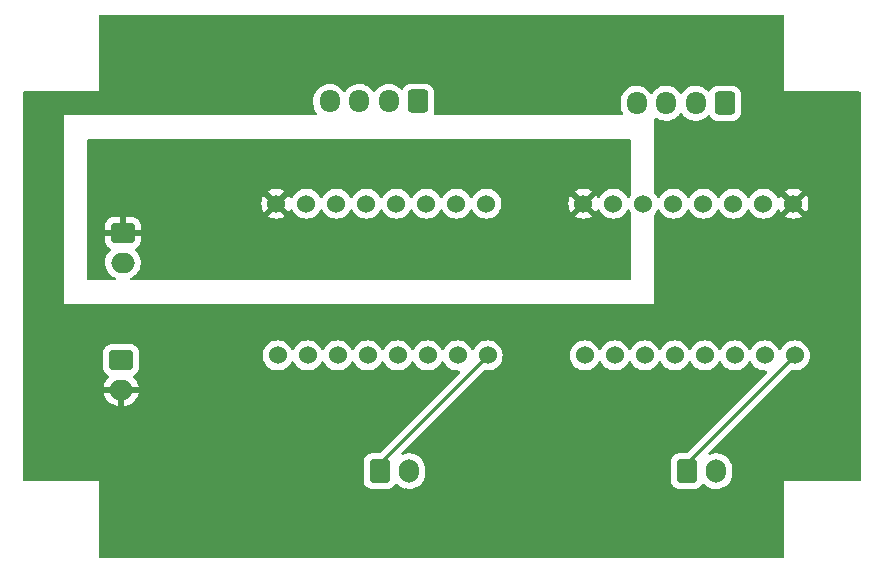
<source format=gbr>
%TF.GenerationSoftware,KiCad,Pcbnew,6.0.6-3a73a75311~116~ubuntu20.04.1*%
%TF.CreationDate,2023-06-18T00:08:06+09:00*%
%TF.ProjectId,catchrobo2023_OtherSubstrate,63617463-6872-46f6-926f-323032335f4f,rev?*%
%TF.SameCoordinates,Original*%
%TF.FileFunction,Copper,L1,Top*%
%TF.FilePolarity,Positive*%
%FSLAX46Y46*%
G04 Gerber Fmt 4.6, Leading zero omitted, Abs format (unit mm)*
G04 Created by KiCad (PCBNEW 6.0.6-3a73a75311~116~ubuntu20.04.1) date 2023-06-18 00:08:06*
%MOMM*%
%LPD*%
G01*
G04 APERTURE LIST*
G04 Aperture macros list*
%AMRoundRect*
0 Rectangle with rounded corners*
0 $1 Rounding radius*
0 $2 $3 $4 $5 $6 $7 $8 $9 X,Y pos of 4 corners*
0 Add a 4 corners polygon primitive as box body*
4,1,4,$2,$3,$4,$5,$6,$7,$8,$9,$2,$3,0*
0 Add four circle primitives for the rounded corners*
1,1,$1+$1,$2,$3*
1,1,$1+$1,$4,$5*
1,1,$1+$1,$6,$7*
1,1,$1+$1,$8,$9*
0 Add four rect primitives between the rounded corners*
20,1,$1+$1,$2,$3,$4,$5,0*
20,1,$1+$1,$4,$5,$6,$7,0*
20,1,$1+$1,$6,$7,$8,$9,0*
20,1,$1+$1,$8,$9,$2,$3,0*%
G04 Aperture macros list end*
%TA.AperFunction,ComponentPad*%
%ADD10C,1.524000*%
%TD*%
%TA.AperFunction,ComponentPad*%
%ADD11RoundRect,0.250000X0.600000X0.725000X-0.600000X0.725000X-0.600000X-0.725000X0.600000X-0.725000X0*%
%TD*%
%TA.AperFunction,ComponentPad*%
%ADD12O,1.700000X1.950000*%
%TD*%
%TA.AperFunction,ComponentPad*%
%ADD13RoundRect,0.250000X-0.750000X0.600000X-0.750000X-0.600000X0.750000X-0.600000X0.750000X0.600000X0*%
%TD*%
%TA.AperFunction,ComponentPad*%
%ADD14O,2.000000X1.700000*%
%TD*%
%TA.AperFunction,ComponentPad*%
%ADD15RoundRect,0.250000X-0.600000X-0.750000X0.600000X-0.750000X0.600000X0.750000X-0.600000X0.750000X0*%
%TD*%
%TA.AperFunction,ComponentPad*%
%ADD16O,1.700000X2.000000*%
%TD*%
%TA.AperFunction,ViaPad*%
%ADD17C,0.800000*%
%TD*%
%TA.AperFunction,Conductor*%
%ADD18C,0.250000*%
%TD*%
G04 APERTURE END LIST*
D10*
%TO.P,U2,1,EN*%
%TO.N,unconnected-(U2-Pad1)*%
X22110000Y17650000D03*
%TO.P,U2,2,MODE1*%
%TO.N,unconnected-(U2-Pad2)*%
X24650000Y17650000D03*
%TO.P,U2,3,MODE2*%
%TO.N,unconnected-(U2-Pad3)*%
X27190000Y17650000D03*
%TO.P,U2,4,(1)*%
%TO.N,unconnected-(U2-Pad4)*%
X29730000Y17650000D03*
%TO.P,U2,5,(2)*%
%TO.N,unconnected-(U2-Pad5)*%
X32270000Y17650000D03*
%TO.P,U2,6,STBY*%
%TO.N,unconnected-(U2-Pad6)*%
X34810000Y17650000D03*
%TO.P,U2,7,STEP/MODE3*%
%TO.N,Net-(J2-Pad2)*%
X37350000Y17650000D03*
%TO.P,U2,8,DIR/MODE4*%
%TO.N,Net-(J2-Pad1)*%
X39890000Y17650000D03*
%TO.P,U2,9,GND*%
%TO.N,GND*%
X39780000Y30500000D03*
%TO.P,U2,10,VCC*%
%TO.N,+5V*%
X37240000Y30500000D03*
%TO.P,U2,11,A1*%
%TO.N,Net-(J6-Pad1)*%
X34700000Y30500000D03*
%TO.P,U2,12,A2*%
%TO.N,Net-(J6-Pad2)*%
X32160000Y30500000D03*
%TO.P,U2,13,B2*%
%TO.N,Net-(J6-Pad3)*%
X29620000Y30500000D03*
%TO.P,U2,14,B1*%
%TO.N,Net-(J6-Pad4)*%
X27080000Y30500000D03*
%TO.P,U2,15,GND*%
%TO.N,GND*%
X24540000Y30500000D03*
%TO.P,U2,16,VMOT*%
%TO.N,+7.5V*%
X22000000Y30500000D03*
%TD*%
D11*
%TO.P,J5,1,Pin_1*%
%TO.N,Net-(J5-Pad1)*%
X60000000Y39000000D03*
D12*
%TO.P,J5,2,Pin_2*%
%TO.N,Net-(J5-Pad2)*%
X57500000Y39000000D03*
%TO.P,J5,3,Pin_3*%
%TO.N,Net-(J5-Pad3)*%
X55000000Y39000000D03*
%TO.P,J5,4,Pin_4*%
%TO.N,Net-(J5-Pad4)*%
X52500000Y39000000D03*
%TD*%
D11*
%TO.P,J6,1,Pin_1*%
%TO.N,Net-(J6-Pad1)*%
X34000000Y39150000D03*
D12*
%TO.P,J6,2,Pin_2*%
%TO.N,Net-(J6-Pad2)*%
X31500000Y39150000D03*
%TO.P,J6,3,Pin_3*%
%TO.N,Net-(J6-Pad3)*%
X29000000Y39150000D03*
%TO.P,J6,4,Pin_4*%
%TO.N,Net-(J6-Pad4)*%
X26500000Y39150000D03*
%TD*%
D13*
%TO.P,J4,1,Pin_1*%
%TO.N,+7.5V*%
X9000000Y28000000D03*
D14*
%TO.P,J4,2,Pin_2*%
%TO.N,GND*%
X9000000Y25500000D03*
%TD*%
D10*
%TO.P,U1,1,EN*%
%TO.N,unconnected-(U1-Pad1)*%
X48110000Y17650000D03*
%TO.P,U1,2,MODE1*%
%TO.N,unconnected-(U1-Pad2)*%
X50650000Y17650000D03*
%TO.P,U1,3,MODE2*%
%TO.N,unconnected-(U1-Pad3)*%
X53190000Y17650000D03*
%TO.P,U1,4,(1)*%
%TO.N,unconnected-(U1-Pad4)*%
X55730000Y17650000D03*
%TO.P,U1,5,(2)*%
%TO.N,unconnected-(U1-Pad5)*%
X58270000Y17650000D03*
%TO.P,U1,6,STBY*%
%TO.N,unconnected-(U1-Pad6)*%
X60810000Y17650000D03*
%TO.P,U1,7,STEP/MODE3*%
%TO.N,Net-(J1-Pad2)*%
X63350000Y17650000D03*
%TO.P,U1,8,DIR/MODE4*%
%TO.N,Net-(J1-Pad1)*%
X65890000Y17650000D03*
%TO.P,U1,9,GND*%
%TO.N,GND*%
X65780000Y30500000D03*
%TO.P,U1,10,VCC*%
%TO.N,+5V*%
X63240000Y30500000D03*
%TO.P,U1,11,A1*%
%TO.N,Net-(J5-Pad1)*%
X60700000Y30500000D03*
%TO.P,U1,12,A2*%
%TO.N,Net-(J5-Pad2)*%
X58160000Y30500000D03*
%TO.P,U1,13,B2*%
%TO.N,Net-(J5-Pad3)*%
X55620000Y30500000D03*
%TO.P,U1,14,B1*%
%TO.N,Net-(J5-Pad4)*%
X53080000Y30500000D03*
%TO.P,U1,15,GND*%
%TO.N,GND*%
X50540000Y30500000D03*
%TO.P,U1,16,VMOT*%
%TO.N,+7.5V*%
X48000000Y30500000D03*
%TD*%
D13*
%TO.P,J3,1,Pin_1*%
%TO.N,+5V*%
X8850000Y17250000D03*
D14*
%TO.P,J3,2,Pin_2*%
%TO.N,GND*%
X8850000Y14750000D03*
%TD*%
D15*
%TO.P,J1,1,Pin_1*%
%TO.N,Net-(J1-Pad1)*%
X56750000Y7850000D03*
D16*
%TO.P,J1,2,Pin_2*%
%TO.N,Net-(J1-Pad2)*%
X59250000Y7850000D03*
%TD*%
D15*
%TO.P,J2,1,Pin_1*%
%TO.N,Net-(J2-Pad1)*%
X30750000Y7850000D03*
D16*
%TO.P,J2,2,Pin_2*%
%TO.N,Net-(J2-Pad2)*%
X33250000Y7850000D03*
%TD*%
D17*
%TO.N,GND*%
X71000000Y9000000D03*
X31000000Y20000000D03*
X5000000Y39000000D03*
X43000000Y1000000D03*
X21000000Y20000000D03*
X61000000Y20000000D03*
X71000000Y14000000D03*
X41000000Y20000000D03*
X53000000Y11000000D03*
X63000000Y46000000D03*
X18000000Y11000000D03*
X23000000Y6000000D03*
X28000000Y1000000D03*
X48000000Y41000000D03*
X56000000Y20000000D03*
X66000000Y14000000D03*
X66000000Y9000000D03*
X38000000Y1000000D03*
X58000000Y6000000D03*
X36000000Y20000000D03*
X48000000Y46000000D03*
X1000000Y19000000D03*
X38000000Y41000000D03*
X66000000Y34000000D03*
X26000000Y20000000D03*
X66000000Y24000000D03*
X71000000Y24000000D03*
X13000000Y1000000D03*
X43000000Y41000000D03*
X1000000Y14000000D03*
X23000000Y1000000D03*
X53000000Y1000000D03*
X63000000Y6000000D03*
X18000000Y16000000D03*
X1000000Y9000000D03*
X71000000Y19000000D03*
X6000000Y19000000D03*
X28000000Y11000000D03*
X58000000Y41000000D03*
X63000000Y1000000D03*
X23000000Y46000000D03*
X6000000Y14000000D03*
X46000000Y20000000D03*
X53000000Y46000000D03*
X38000000Y6000000D03*
X71000000Y29000000D03*
X18000000Y1000000D03*
X13000000Y6000000D03*
X66000000Y39000000D03*
X13000000Y41000000D03*
X48000000Y6000000D03*
X53000000Y41000000D03*
X66000000Y20000000D03*
X33000000Y41000000D03*
X28000000Y46000000D03*
X18000000Y6000000D03*
X23000000Y41000000D03*
X56000000Y28000000D03*
X8000000Y41000000D03*
X18000000Y46000000D03*
X53000000Y6000000D03*
X23000000Y11000000D03*
X18000000Y41000000D03*
X71000000Y39000000D03*
X28000000Y6000000D03*
X58000000Y46000000D03*
X43000000Y6000000D03*
X38000000Y11000000D03*
X63000000Y41000000D03*
X8000000Y46000000D03*
X71000000Y34000000D03*
X8000000Y1000000D03*
X38000000Y46000000D03*
X48000000Y11000000D03*
X43000000Y16000000D03*
X6000000Y9000000D03*
X43000000Y11000000D03*
X33000000Y46000000D03*
X28000000Y41000000D03*
X43000000Y46000000D03*
X1000000Y39000000D03*
X1000000Y29000000D03*
X51000000Y20000000D03*
X13000000Y46000000D03*
X1000000Y34000000D03*
X33000000Y6000000D03*
X48000000Y1000000D03*
X13000000Y11000000D03*
X33000000Y1000000D03*
X58000000Y1000000D03*
X61000000Y28000000D03*
X1000000Y24000000D03*
%TD*%
D18*
%TO.N,Net-(J1-Pad1)*%
X56750000Y7850000D02*
X56750000Y8510000D01*
X56750000Y8510000D02*
X65890000Y17650000D01*
%TO.N,Net-(J2-Pad1)*%
X30750000Y7850000D02*
X30750000Y8510000D01*
X30750000Y8510000D02*
X39890000Y17650000D01*
%TD*%
%TA.AperFunction,Conductor*%
%TO.N,+7.5V*%
G36*
X51942121Y35979998D02*
G01*
X51988614Y35926342D01*
X52000000Y35874000D01*
X52000000Y31212377D01*
X51979687Y31147946D01*
X51981418Y31146947D01*
X51978669Y31142185D01*
X51975512Y31137676D01*
X51973189Y31132695D01*
X51973187Y31132691D01*
X51924195Y31027627D01*
X51877277Y30974342D01*
X51809000Y30954881D01*
X51741040Y30975423D01*
X51695805Y31027627D01*
X51646814Y31132689D01*
X51646811Y31132694D01*
X51644488Y31137676D01*
X51641331Y31142185D01*
X51520136Y31315270D01*
X51520134Y31315273D01*
X51516977Y31319781D01*
X51359781Y31476977D01*
X51355273Y31480134D01*
X51355270Y31480136D01*
X51279505Y31533187D01*
X51177677Y31604488D01*
X51172695Y31606811D01*
X51172690Y31606814D01*
X50981178Y31696117D01*
X50981177Y31696118D01*
X50976196Y31698440D01*
X50970888Y31699862D01*
X50970886Y31699863D01*
X50905051Y31717503D01*
X50761463Y31755978D01*
X50540000Y31775353D01*
X50318537Y31755978D01*
X50174949Y31717503D01*
X50109114Y31699863D01*
X50109112Y31699862D01*
X50103804Y31698440D01*
X50098823Y31696118D01*
X50098822Y31696117D01*
X49907311Y31606814D01*
X49907306Y31606811D01*
X49902324Y31604488D01*
X49897817Y31601332D01*
X49897815Y31601331D01*
X49724730Y31480136D01*
X49724727Y31480134D01*
X49720219Y31476977D01*
X49563023Y31319781D01*
X49559866Y31315273D01*
X49559864Y31315270D01*
X49438669Y31142185D01*
X49435512Y31137676D01*
X49433189Y31132694D01*
X49433186Y31132689D01*
X49383919Y31027035D01*
X49337001Y30973750D01*
X49268724Y30954289D01*
X49200764Y30974831D01*
X49155529Y31027035D01*
X49106377Y31132441D01*
X49100897Y31141932D01*
X49070206Y31185765D01*
X49059729Y31194140D01*
X49046282Y31187072D01*
X48372022Y30512812D01*
X48364408Y30498868D01*
X48364539Y30497035D01*
X48368790Y30490420D01*
X49047003Y29812207D01*
X49058777Y29805777D01*
X49070793Y29815074D01*
X49100897Y29858068D01*
X49106377Y29867559D01*
X49155529Y29972965D01*
X49202447Y30026250D01*
X49270724Y30045711D01*
X49338684Y30025169D01*
X49383919Y29972965D01*
X49433186Y29867311D01*
X49433187Y29867309D01*
X49435512Y29862324D01*
X49438668Y29857817D01*
X49438669Y29857815D01*
X49475107Y29805777D01*
X49563023Y29680219D01*
X49720219Y29523023D01*
X49724727Y29519866D01*
X49724730Y29519864D01*
X49800495Y29466813D01*
X49902323Y29395512D01*
X49907305Y29393189D01*
X49907310Y29393186D01*
X50097810Y29304355D01*
X50103804Y29301560D01*
X50109112Y29300138D01*
X50109114Y29300137D01*
X50155097Y29287816D01*
X50318537Y29244022D01*
X50540000Y29224647D01*
X50761463Y29244022D01*
X50924903Y29287816D01*
X50970886Y29300137D01*
X50970888Y29300138D01*
X50976196Y29301560D01*
X50982190Y29304355D01*
X51172690Y29393186D01*
X51172695Y29393189D01*
X51177677Y29395512D01*
X51279505Y29466813D01*
X51355270Y29519864D01*
X51355273Y29519866D01*
X51359781Y29523023D01*
X51516977Y29680219D01*
X51604894Y29805777D01*
X51641331Y29857815D01*
X51641332Y29857817D01*
X51644488Y29862324D01*
X51646813Y29867309D01*
X51646814Y29867311D01*
X51695805Y29972373D01*
X51742723Y30025658D01*
X51811000Y30045119D01*
X51878960Y30024577D01*
X51924195Y29972373D01*
X51973187Y29867311D01*
X51975512Y29862324D01*
X51978665Y29857820D01*
X51981418Y29853053D01*
X51979687Y29852054D01*
X52000000Y29787623D01*
X52000000Y24126000D01*
X51979998Y24057879D01*
X51926342Y24011386D01*
X51874000Y24000000D01*
X9714300Y24000000D01*
X9646179Y24020002D01*
X9599686Y24073658D01*
X9589582Y24143932D01*
X9619076Y24208512D01*
X9662550Y24240882D01*
X9670447Y24244439D01*
X9813075Y24308688D01*
X10004319Y24437441D01*
X10171135Y24596576D01*
X10308754Y24781542D01*
X10413240Y24987051D01*
X10449321Y25103248D01*
X10480024Y25202129D01*
X10481607Y25207227D01*
X10482308Y25212516D01*
X10511198Y25430489D01*
X10511198Y25430494D01*
X10511898Y25435774D01*
X10503249Y25666158D01*
X10455907Y25891791D01*
X10371224Y26106221D01*
X10251623Y26303317D01*
X10164755Y26403424D01*
X10104023Y26473412D01*
X10104021Y26473414D01*
X10100523Y26477445D01*
X10064471Y26507006D01*
X10024476Y26565666D01*
X10022545Y26636636D01*
X10059290Y26697384D01*
X10078059Y26711584D01*
X10217807Y26798063D01*
X10229208Y26807099D01*
X10343739Y26921829D01*
X10352751Y26933240D01*
X10437816Y27071243D01*
X10443963Y27084424D01*
X10495138Y27238710D01*
X10498005Y27252086D01*
X10507672Y27346438D01*
X10508000Y27352854D01*
X10508000Y27727885D01*
X10503525Y27743124D01*
X10502135Y27744329D01*
X10494452Y27746000D01*
X7510116Y27746000D01*
X7494877Y27741525D01*
X7493672Y27740135D01*
X7492001Y27732452D01*
X7492001Y27352905D01*
X7492338Y27346386D01*
X7502257Y27250794D01*
X7505149Y27237400D01*
X7556588Y27083216D01*
X7562761Y27070038D01*
X7648063Y26932193D01*
X7657099Y26920792D01*
X7771829Y26806261D01*
X7783243Y26797247D01*
X7922713Y26711277D01*
X7970207Y26658505D01*
X7981631Y26588434D01*
X7953357Y26523310D01*
X7943574Y26512851D01*
X7828865Y26403424D01*
X7691246Y26218458D01*
X7586760Y26012949D01*
X7585178Y26007855D01*
X7585177Y26007852D01*
X7523115Y25807980D01*
X7518393Y25792773D01*
X7517692Y25787484D01*
X7502304Y25671377D01*
X7488102Y25564226D01*
X7496751Y25333842D01*
X7544093Y25108209D01*
X7628776Y24893779D01*
X7748377Y24696683D01*
X7751874Y24692653D01*
X7838438Y24592897D01*
X7899477Y24522555D01*
X7903608Y24519168D01*
X8073627Y24379760D01*
X8073633Y24379756D01*
X8077755Y24376376D01*
X8082391Y24373737D01*
X8082394Y24373735D01*
X8191422Y24311673D01*
X8278114Y24262325D01*
X8320012Y24247117D01*
X8327389Y24244439D01*
X8384597Y24202394D01*
X8409993Y24136095D01*
X8395513Y24066591D01*
X8345755Y24015948D01*
X8284398Y24000000D01*
X6126000Y24000000D01*
X6057879Y24020002D01*
X6011386Y24073658D01*
X6000000Y24126000D01*
X6000000Y28272115D01*
X7492000Y28272115D01*
X7496475Y28256876D01*
X7497865Y28255671D01*
X7505548Y28254000D01*
X8727885Y28254000D01*
X8743124Y28258475D01*
X8744329Y28259865D01*
X8746000Y28267548D01*
X8746000Y28272115D01*
X9254000Y28272115D01*
X9258475Y28256876D01*
X9259865Y28255671D01*
X9267548Y28254000D01*
X10489884Y28254000D01*
X10505123Y28258475D01*
X10506328Y28259865D01*
X10507999Y28267548D01*
X10507999Y28647095D01*
X10507662Y28653614D01*
X10497743Y28749206D01*
X10494851Y28762600D01*
X10443412Y28916784D01*
X10437239Y28929962D01*
X10351937Y29067807D01*
X10342901Y29079208D01*
X10228171Y29193739D01*
X10216760Y29202751D01*
X10078757Y29287816D01*
X10065576Y29293963D01*
X9911290Y29345138D01*
X9897914Y29348005D01*
X9803562Y29357672D01*
X9797145Y29358000D01*
X9272115Y29358000D01*
X9256876Y29353525D01*
X9255671Y29352135D01*
X9254000Y29344452D01*
X9254000Y28272115D01*
X8746000Y28272115D01*
X8746000Y29339884D01*
X8741525Y29355123D01*
X8740135Y29356328D01*
X8732452Y29357999D01*
X8202905Y29357999D01*
X8196386Y29357662D01*
X8100794Y29347743D01*
X8087400Y29344851D01*
X7933216Y29293412D01*
X7920038Y29287239D01*
X7782193Y29201937D01*
X7770792Y29192901D01*
X7656261Y29078171D01*
X7647249Y29066760D01*
X7562184Y28928757D01*
X7556037Y28915576D01*
X7504862Y28761290D01*
X7501995Y28747914D01*
X7492328Y28653562D01*
X7492000Y28647145D01*
X7492000Y28272115D01*
X6000000Y28272115D01*
X6000000Y29441223D01*
X21305777Y29441223D01*
X21315074Y29429207D01*
X21358069Y29399102D01*
X21367555Y29393624D01*
X21558993Y29304355D01*
X21569285Y29300609D01*
X21773309Y29245941D01*
X21784104Y29244038D01*
X21994525Y29225628D01*
X22005475Y29225628D01*
X22215896Y29244038D01*
X22226691Y29245941D01*
X22430715Y29300609D01*
X22441007Y29304355D01*
X22632445Y29393624D01*
X22641931Y29399102D01*
X22685764Y29429793D01*
X22694139Y29440271D01*
X22687071Y29453719D01*
X22012812Y30127978D01*
X21998868Y30135592D01*
X21997035Y30135461D01*
X21990420Y30131210D01*
X21312207Y29452997D01*
X21305777Y29441223D01*
X6000000Y29441223D01*
X6000000Y30494525D01*
X20725628Y30494525D01*
X20744038Y30284104D01*
X20745941Y30273309D01*
X20800609Y30069285D01*
X20804355Y30058993D01*
X20893623Y29867559D01*
X20899103Y29858068D01*
X20929794Y29814235D01*
X20940271Y29805860D01*
X20953718Y29812928D01*
X21627978Y30487188D01*
X21634356Y30498868D01*
X22364408Y30498868D01*
X22364539Y30497035D01*
X22368790Y30490420D01*
X23047003Y29812207D01*
X23058777Y29805777D01*
X23070793Y29815074D01*
X23100897Y29858068D01*
X23106377Y29867559D01*
X23155529Y29972965D01*
X23202447Y30026250D01*
X23270724Y30045711D01*
X23338684Y30025169D01*
X23383919Y29972965D01*
X23433186Y29867311D01*
X23433187Y29867309D01*
X23435512Y29862324D01*
X23438668Y29857817D01*
X23438669Y29857815D01*
X23475107Y29805777D01*
X23563023Y29680219D01*
X23720219Y29523023D01*
X23724727Y29519866D01*
X23724730Y29519864D01*
X23800495Y29466813D01*
X23902323Y29395512D01*
X23907305Y29393189D01*
X23907310Y29393186D01*
X24097810Y29304355D01*
X24103804Y29301560D01*
X24109112Y29300138D01*
X24109114Y29300137D01*
X24155097Y29287816D01*
X24318537Y29244022D01*
X24540000Y29224647D01*
X24761463Y29244022D01*
X24924903Y29287816D01*
X24970886Y29300137D01*
X24970888Y29300138D01*
X24976196Y29301560D01*
X24982190Y29304355D01*
X25172690Y29393186D01*
X25172695Y29393189D01*
X25177677Y29395512D01*
X25279505Y29466813D01*
X25355270Y29519864D01*
X25355273Y29519866D01*
X25359781Y29523023D01*
X25516977Y29680219D01*
X25604894Y29805777D01*
X25641331Y29857815D01*
X25641332Y29857817D01*
X25644488Y29862324D01*
X25646813Y29867309D01*
X25646814Y29867311D01*
X25695805Y29972373D01*
X25742723Y30025658D01*
X25811000Y30045119D01*
X25878960Y30024577D01*
X25924195Y29972373D01*
X25973186Y29867311D01*
X25973187Y29867309D01*
X25975512Y29862324D01*
X25978668Y29857817D01*
X25978669Y29857815D01*
X26015107Y29805777D01*
X26103023Y29680219D01*
X26260219Y29523023D01*
X26264727Y29519866D01*
X26264730Y29519864D01*
X26340495Y29466813D01*
X26442323Y29395512D01*
X26447305Y29393189D01*
X26447310Y29393186D01*
X26637810Y29304355D01*
X26643804Y29301560D01*
X26649112Y29300138D01*
X26649114Y29300137D01*
X26695097Y29287816D01*
X26858537Y29244022D01*
X27080000Y29224647D01*
X27301463Y29244022D01*
X27464903Y29287816D01*
X27510886Y29300137D01*
X27510888Y29300138D01*
X27516196Y29301560D01*
X27522190Y29304355D01*
X27712690Y29393186D01*
X27712695Y29393189D01*
X27717677Y29395512D01*
X27819505Y29466813D01*
X27895270Y29519864D01*
X27895273Y29519866D01*
X27899781Y29523023D01*
X28056977Y29680219D01*
X28144894Y29805777D01*
X28181331Y29857815D01*
X28181332Y29857817D01*
X28184488Y29862324D01*
X28186813Y29867309D01*
X28186814Y29867311D01*
X28235805Y29972373D01*
X28282723Y30025658D01*
X28351000Y30045119D01*
X28418960Y30024577D01*
X28464195Y29972373D01*
X28513186Y29867311D01*
X28513187Y29867309D01*
X28515512Y29862324D01*
X28518668Y29857817D01*
X28518669Y29857815D01*
X28555107Y29805777D01*
X28643023Y29680219D01*
X28800219Y29523023D01*
X28804727Y29519866D01*
X28804730Y29519864D01*
X28880495Y29466813D01*
X28982323Y29395512D01*
X28987305Y29393189D01*
X28987310Y29393186D01*
X29177810Y29304355D01*
X29183804Y29301560D01*
X29189112Y29300138D01*
X29189114Y29300137D01*
X29235097Y29287816D01*
X29398537Y29244022D01*
X29620000Y29224647D01*
X29841463Y29244022D01*
X30004903Y29287816D01*
X30050886Y29300137D01*
X30050888Y29300138D01*
X30056196Y29301560D01*
X30062190Y29304355D01*
X30252690Y29393186D01*
X30252695Y29393189D01*
X30257677Y29395512D01*
X30359505Y29466813D01*
X30435270Y29519864D01*
X30435273Y29519866D01*
X30439781Y29523023D01*
X30596977Y29680219D01*
X30684894Y29805777D01*
X30721331Y29857815D01*
X30721332Y29857817D01*
X30724488Y29862324D01*
X30726813Y29867309D01*
X30726814Y29867311D01*
X30775805Y29972373D01*
X30822723Y30025658D01*
X30891000Y30045119D01*
X30958960Y30024577D01*
X31004195Y29972373D01*
X31053186Y29867311D01*
X31053187Y29867309D01*
X31055512Y29862324D01*
X31058668Y29857817D01*
X31058669Y29857815D01*
X31095107Y29805777D01*
X31183023Y29680219D01*
X31340219Y29523023D01*
X31344727Y29519866D01*
X31344730Y29519864D01*
X31420495Y29466813D01*
X31522323Y29395512D01*
X31527305Y29393189D01*
X31527310Y29393186D01*
X31717810Y29304355D01*
X31723804Y29301560D01*
X31729112Y29300138D01*
X31729114Y29300137D01*
X31775097Y29287816D01*
X31938537Y29244022D01*
X32160000Y29224647D01*
X32381463Y29244022D01*
X32544903Y29287816D01*
X32590886Y29300137D01*
X32590888Y29300138D01*
X32596196Y29301560D01*
X32602190Y29304355D01*
X32792690Y29393186D01*
X32792695Y29393189D01*
X32797677Y29395512D01*
X32899505Y29466813D01*
X32975270Y29519864D01*
X32975273Y29519866D01*
X32979781Y29523023D01*
X33136977Y29680219D01*
X33224894Y29805777D01*
X33261331Y29857815D01*
X33261332Y29857817D01*
X33264488Y29862324D01*
X33266813Y29867309D01*
X33266814Y29867311D01*
X33315805Y29972373D01*
X33362723Y30025658D01*
X33431000Y30045119D01*
X33498960Y30024577D01*
X33544195Y29972373D01*
X33593186Y29867311D01*
X33593187Y29867309D01*
X33595512Y29862324D01*
X33598668Y29857817D01*
X33598669Y29857815D01*
X33635107Y29805777D01*
X33723023Y29680219D01*
X33880219Y29523023D01*
X33884727Y29519866D01*
X33884730Y29519864D01*
X33960495Y29466813D01*
X34062323Y29395512D01*
X34067305Y29393189D01*
X34067310Y29393186D01*
X34257810Y29304355D01*
X34263804Y29301560D01*
X34269112Y29300138D01*
X34269114Y29300137D01*
X34315097Y29287816D01*
X34478537Y29244022D01*
X34700000Y29224647D01*
X34921463Y29244022D01*
X35084903Y29287816D01*
X35130886Y29300137D01*
X35130888Y29300138D01*
X35136196Y29301560D01*
X35142190Y29304355D01*
X35332690Y29393186D01*
X35332695Y29393189D01*
X35337677Y29395512D01*
X35439505Y29466813D01*
X35515270Y29519864D01*
X35515273Y29519866D01*
X35519781Y29523023D01*
X35676977Y29680219D01*
X35764894Y29805777D01*
X35801331Y29857815D01*
X35801332Y29857817D01*
X35804488Y29862324D01*
X35806813Y29867309D01*
X35806814Y29867311D01*
X35855805Y29972373D01*
X35902723Y30025658D01*
X35971000Y30045119D01*
X36038960Y30024577D01*
X36084195Y29972373D01*
X36133186Y29867311D01*
X36133187Y29867309D01*
X36135512Y29862324D01*
X36138668Y29857817D01*
X36138669Y29857815D01*
X36175107Y29805777D01*
X36263023Y29680219D01*
X36420219Y29523023D01*
X36424727Y29519866D01*
X36424730Y29519864D01*
X36500495Y29466813D01*
X36602323Y29395512D01*
X36607305Y29393189D01*
X36607310Y29393186D01*
X36797810Y29304355D01*
X36803804Y29301560D01*
X36809112Y29300138D01*
X36809114Y29300137D01*
X36855097Y29287816D01*
X37018537Y29244022D01*
X37240000Y29224647D01*
X37461463Y29244022D01*
X37624903Y29287816D01*
X37670886Y29300137D01*
X37670888Y29300138D01*
X37676196Y29301560D01*
X37682190Y29304355D01*
X37872690Y29393186D01*
X37872695Y29393189D01*
X37877677Y29395512D01*
X37979505Y29466813D01*
X38055270Y29519864D01*
X38055273Y29519866D01*
X38059781Y29523023D01*
X38216977Y29680219D01*
X38304894Y29805777D01*
X38341331Y29857815D01*
X38341332Y29857817D01*
X38344488Y29862324D01*
X38346813Y29867309D01*
X38346814Y29867311D01*
X38395805Y29972373D01*
X38442723Y30025658D01*
X38511000Y30045119D01*
X38578960Y30024577D01*
X38624195Y29972373D01*
X38673186Y29867311D01*
X38673187Y29867309D01*
X38675512Y29862324D01*
X38678668Y29857817D01*
X38678669Y29857815D01*
X38715107Y29805777D01*
X38803023Y29680219D01*
X38960219Y29523023D01*
X38964727Y29519866D01*
X38964730Y29519864D01*
X39040495Y29466813D01*
X39142323Y29395512D01*
X39147305Y29393189D01*
X39147310Y29393186D01*
X39337810Y29304355D01*
X39343804Y29301560D01*
X39349112Y29300138D01*
X39349114Y29300137D01*
X39395097Y29287816D01*
X39558537Y29244022D01*
X39780000Y29224647D01*
X40001463Y29244022D01*
X40164903Y29287816D01*
X40210886Y29300137D01*
X40210888Y29300138D01*
X40216196Y29301560D01*
X40222190Y29304355D01*
X40412690Y29393186D01*
X40412695Y29393189D01*
X40417677Y29395512D01*
X40482959Y29441223D01*
X47305777Y29441223D01*
X47315074Y29429207D01*
X47358069Y29399102D01*
X47367555Y29393624D01*
X47558993Y29304355D01*
X47569285Y29300609D01*
X47773309Y29245941D01*
X47784104Y29244038D01*
X47994525Y29225628D01*
X48005475Y29225628D01*
X48215896Y29244038D01*
X48226691Y29245941D01*
X48430715Y29300609D01*
X48441007Y29304355D01*
X48632445Y29393624D01*
X48641931Y29399102D01*
X48685764Y29429793D01*
X48694139Y29440271D01*
X48687071Y29453719D01*
X48012812Y30127978D01*
X47998868Y30135592D01*
X47997035Y30135461D01*
X47990420Y30131210D01*
X47312207Y29452997D01*
X47305777Y29441223D01*
X40482959Y29441223D01*
X40519505Y29466813D01*
X40595270Y29519864D01*
X40595273Y29519866D01*
X40599781Y29523023D01*
X40756977Y29680219D01*
X40844894Y29805777D01*
X40881331Y29857815D01*
X40881332Y29857817D01*
X40884488Y29862324D01*
X40886813Y29867309D01*
X40886814Y29867311D01*
X40976117Y30058822D01*
X40976118Y30058823D01*
X40978440Y30063804D01*
X41035978Y30278537D01*
X41054874Y30494525D01*
X46725628Y30494525D01*
X46744038Y30284104D01*
X46745941Y30273309D01*
X46800609Y30069285D01*
X46804355Y30058993D01*
X46893623Y29867559D01*
X46899103Y29858068D01*
X46929794Y29814235D01*
X46940271Y29805860D01*
X46953718Y29812928D01*
X47627978Y30487188D01*
X47635592Y30501132D01*
X47635461Y30502965D01*
X47631210Y30509580D01*
X46952997Y31187793D01*
X46941223Y31194223D01*
X46929207Y31184926D01*
X46899103Y31141932D01*
X46893623Y31132441D01*
X46804355Y30941007D01*
X46800609Y30930715D01*
X46745941Y30726691D01*
X46744038Y30715896D01*
X46725628Y30505475D01*
X46725628Y30494525D01*
X41054874Y30494525D01*
X41055353Y30500000D01*
X41035978Y30721463D01*
X40978440Y30936196D01*
X40935805Y31027627D01*
X40886814Y31132689D01*
X40886811Y31132694D01*
X40884488Y31137676D01*
X40881331Y31142185D01*
X40760136Y31315270D01*
X40760134Y31315273D01*
X40756977Y31319781D01*
X40599781Y31476977D01*
X40595273Y31480134D01*
X40595270Y31480136D01*
X40519505Y31533187D01*
X40481599Y31559729D01*
X47305860Y31559729D01*
X47312928Y31546282D01*
X47987188Y30872022D01*
X48001132Y30864408D01*
X48002965Y30864539D01*
X48009580Y30868790D01*
X48687793Y31547003D01*
X48694223Y31558777D01*
X48684926Y31570793D01*
X48641931Y31600898D01*
X48632445Y31606376D01*
X48441007Y31695645D01*
X48430715Y31699391D01*
X48226691Y31754059D01*
X48215896Y31755962D01*
X48005475Y31774372D01*
X47994525Y31774372D01*
X47784104Y31755962D01*
X47773309Y31754059D01*
X47569285Y31699391D01*
X47558993Y31695645D01*
X47367559Y31606377D01*
X47358068Y31600897D01*
X47314235Y31570206D01*
X47305860Y31559729D01*
X40481599Y31559729D01*
X40417677Y31604488D01*
X40412695Y31606811D01*
X40412690Y31606814D01*
X40221178Y31696117D01*
X40221177Y31696118D01*
X40216196Y31698440D01*
X40210888Y31699862D01*
X40210886Y31699863D01*
X40145051Y31717503D01*
X40001463Y31755978D01*
X39780000Y31775353D01*
X39558537Y31755978D01*
X39414949Y31717503D01*
X39349114Y31699863D01*
X39349112Y31699862D01*
X39343804Y31698440D01*
X39338823Y31696118D01*
X39338822Y31696117D01*
X39147311Y31606814D01*
X39147306Y31606811D01*
X39142324Y31604488D01*
X39137817Y31601332D01*
X39137815Y31601331D01*
X38964730Y31480136D01*
X38964727Y31480134D01*
X38960219Y31476977D01*
X38803023Y31319781D01*
X38799866Y31315273D01*
X38799864Y31315270D01*
X38678669Y31142185D01*
X38675512Y31137676D01*
X38673189Y31132694D01*
X38673186Y31132689D01*
X38624195Y31027627D01*
X38577277Y30974342D01*
X38509000Y30954881D01*
X38441040Y30975423D01*
X38395805Y31027627D01*
X38346814Y31132689D01*
X38346811Y31132694D01*
X38344488Y31137676D01*
X38341331Y31142185D01*
X38220136Y31315270D01*
X38220134Y31315273D01*
X38216977Y31319781D01*
X38059781Y31476977D01*
X38055273Y31480134D01*
X38055270Y31480136D01*
X37979505Y31533187D01*
X37877677Y31604488D01*
X37872695Y31606811D01*
X37872690Y31606814D01*
X37681178Y31696117D01*
X37681177Y31696118D01*
X37676196Y31698440D01*
X37670888Y31699862D01*
X37670886Y31699863D01*
X37605051Y31717503D01*
X37461463Y31755978D01*
X37240000Y31775353D01*
X37018537Y31755978D01*
X36874949Y31717503D01*
X36809114Y31699863D01*
X36809112Y31699862D01*
X36803804Y31698440D01*
X36798823Y31696118D01*
X36798822Y31696117D01*
X36607311Y31606814D01*
X36607306Y31606811D01*
X36602324Y31604488D01*
X36597817Y31601332D01*
X36597815Y31601331D01*
X36424730Y31480136D01*
X36424727Y31480134D01*
X36420219Y31476977D01*
X36263023Y31319781D01*
X36259866Y31315273D01*
X36259864Y31315270D01*
X36138669Y31142185D01*
X36135512Y31137676D01*
X36133189Y31132694D01*
X36133186Y31132689D01*
X36084195Y31027627D01*
X36037277Y30974342D01*
X35969000Y30954881D01*
X35901040Y30975423D01*
X35855805Y31027627D01*
X35806814Y31132689D01*
X35806811Y31132694D01*
X35804488Y31137676D01*
X35801331Y31142185D01*
X35680136Y31315270D01*
X35680134Y31315273D01*
X35676977Y31319781D01*
X35519781Y31476977D01*
X35515273Y31480134D01*
X35515270Y31480136D01*
X35439505Y31533187D01*
X35337677Y31604488D01*
X35332695Y31606811D01*
X35332690Y31606814D01*
X35141178Y31696117D01*
X35141177Y31696118D01*
X35136196Y31698440D01*
X35130888Y31699862D01*
X35130886Y31699863D01*
X35065051Y31717503D01*
X34921463Y31755978D01*
X34700000Y31775353D01*
X34478537Y31755978D01*
X34334949Y31717503D01*
X34269114Y31699863D01*
X34269112Y31699862D01*
X34263804Y31698440D01*
X34258823Y31696118D01*
X34258822Y31696117D01*
X34067311Y31606814D01*
X34067306Y31606811D01*
X34062324Y31604488D01*
X34057817Y31601332D01*
X34057815Y31601331D01*
X33884730Y31480136D01*
X33884727Y31480134D01*
X33880219Y31476977D01*
X33723023Y31319781D01*
X33719866Y31315273D01*
X33719864Y31315270D01*
X33598669Y31142185D01*
X33595512Y31137676D01*
X33593189Y31132694D01*
X33593186Y31132689D01*
X33544195Y31027627D01*
X33497277Y30974342D01*
X33429000Y30954881D01*
X33361040Y30975423D01*
X33315805Y31027627D01*
X33266814Y31132689D01*
X33266811Y31132694D01*
X33264488Y31137676D01*
X33261331Y31142185D01*
X33140136Y31315270D01*
X33140134Y31315273D01*
X33136977Y31319781D01*
X32979781Y31476977D01*
X32975273Y31480134D01*
X32975270Y31480136D01*
X32899505Y31533187D01*
X32797677Y31604488D01*
X32792695Y31606811D01*
X32792690Y31606814D01*
X32601178Y31696117D01*
X32601177Y31696118D01*
X32596196Y31698440D01*
X32590888Y31699862D01*
X32590886Y31699863D01*
X32525051Y31717503D01*
X32381463Y31755978D01*
X32160000Y31775353D01*
X31938537Y31755978D01*
X31794949Y31717503D01*
X31729114Y31699863D01*
X31729112Y31699862D01*
X31723804Y31698440D01*
X31718823Y31696118D01*
X31718822Y31696117D01*
X31527311Y31606814D01*
X31527306Y31606811D01*
X31522324Y31604488D01*
X31517817Y31601332D01*
X31517815Y31601331D01*
X31344730Y31480136D01*
X31344727Y31480134D01*
X31340219Y31476977D01*
X31183023Y31319781D01*
X31179866Y31315273D01*
X31179864Y31315270D01*
X31058669Y31142185D01*
X31055512Y31137676D01*
X31053189Y31132694D01*
X31053186Y31132689D01*
X31004195Y31027627D01*
X30957277Y30974342D01*
X30889000Y30954881D01*
X30821040Y30975423D01*
X30775805Y31027627D01*
X30726814Y31132689D01*
X30726811Y31132694D01*
X30724488Y31137676D01*
X30721331Y31142185D01*
X30600136Y31315270D01*
X30600134Y31315273D01*
X30596977Y31319781D01*
X30439781Y31476977D01*
X30435273Y31480134D01*
X30435270Y31480136D01*
X30359505Y31533187D01*
X30257677Y31604488D01*
X30252695Y31606811D01*
X30252690Y31606814D01*
X30061178Y31696117D01*
X30061177Y31696118D01*
X30056196Y31698440D01*
X30050888Y31699862D01*
X30050886Y31699863D01*
X29985051Y31717503D01*
X29841463Y31755978D01*
X29620000Y31775353D01*
X29398537Y31755978D01*
X29254949Y31717503D01*
X29189114Y31699863D01*
X29189112Y31699862D01*
X29183804Y31698440D01*
X29178823Y31696118D01*
X29178822Y31696117D01*
X28987311Y31606814D01*
X28987306Y31606811D01*
X28982324Y31604488D01*
X28977817Y31601332D01*
X28977815Y31601331D01*
X28804730Y31480136D01*
X28804727Y31480134D01*
X28800219Y31476977D01*
X28643023Y31319781D01*
X28639866Y31315273D01*
X28639864Y31315270D01*
X28518669Y31142185D01*
X28515512Y31137676D01*
X28513189Y31132694D01*
X28513186Y31132689D01*
X28464195Y31027627D01*
X28417277Y30974342D01*
X28349000Y30954881D01*
X28281040Y30975423D01*
X28235805Y31027627D01*
X28186814Y31132689D01*
X28186811Y31132694D01*
X28184488Y31137676D01*
X28181331Y31142185D01*
X28060136Y31315270D01*
X28060134Y31315273D01*
X28056977Y31319781D01*
X27899781Y31476977D01*
X27895273Y31480134D01*
X27895270Y31480136D01*
X27819505Y31533187D01*
X27717677Y31604488D01*
X27712695Y31606811D01*
X27712690Y31606814D01*
X27521178Y31696117D01*
X27521177Y31696118D01*
X27516196Y31698440D01*
X27510888Y31699862D01*
X27510886Y31699863D01*
X27445051Y31717503D01*
X27301463Y31755978D01*
X27080000Y31775353D01*
X26858537Y31755978D01*
X26714949Y31717503D01*
X26649114Y31699863D01*
X26649112Y31699862D01*
X26643804Y31698440D01*
X26638823Y31696118D01*
X26638822Y31696117D01*
X26447311Y31606814D01*
X26447306Y31606811D01*
X26442324Y31604488D01*
X26437817Y31601332D01*
X26437815Y31601331D01*
X26264730Y31480136D01*
X26264727Y31480134D01*
X26260219Y31476977D01*
X26103023Y31319781D01*
X26099866Y31315273D01*
X26099864Y31315270D01*
X25978669Y31142185D01*
X25975512Y31137676D01*
X25973189Y31132694D01*
X25973186Y31132689D01*
X25924195Y31027627D01*
X25877277Y30974342D01*
X25809000Y30954881D01*
X25741040Y30975423D01*
X25695805Y31027627D01*
X25646814Y31132689D01*
X25646811Y31132694D01*
X25644488Y31137676D01*
X25641331Y31142185D01*
X25520136Y31315270D01*
X25520134Y31315273D01*
X25516977Y31319781D01*
X25359781Y31476977D01*
X25355273Y31480134D01*
X25355270Y31480136D01*
X25279505Y31533187D01*
X25177677Y31604488D01*
X25172695Y31606811D01*
X25172690Y31606814D01*
X24981178Y31696117D01*
X24981177Y31696118D01*
X24976196Y31698440D01*
X24970888Y31699862D01*
X24970886Y31699863D01*
X24905051Y31717503D01*
X24761463Y31755978D01*
X24540000Y31775353D01*
X24318537Y31755978D01*
X24174949Y31717503D01*
X24109114Y31699863D01*
X24109112Y31699862D01*
X24103804Y31698440D01*
X24098823Y31696118D01*
X24098822Y31696117D01*
X23907311Y31606814D01*
X23907306Y31606811D01*
X23902324Y31604488D01*
X23897817Y31601332D01*
X23897815Y31601331D01*
X23724730Y31480136D01*
X23724727Y31480134D01*
X23720219Y31476977D01*
X23563023Y31319781D01*
X23559866Y31315273D01*
X23559864Y31315270D01*
X23438669Y31142185D01*
X23435512Y31137676D01*
X23433189Y31132694D01*
X23433186Y31132689D01*
X23383919Y31027035D01*
X23337001Y30973750D01*
X23268724Y30954289D01*
X23200764Y30974831D01*
X23155529Y31027035D01*
X23106377Y31132441D01*
X23100897Y31141932D01*
X23070206Y31185765D01*
X23059729Y31194140D01*
X23046282Y31187072D01*
X22372022Y30512812D01*
X22364408Y30498868D01*
X21634356Y30498868D01*
X21635592Y30501132D01*
X21635461Y30502965D01*
X21631210Y30509580D01*
X20952997Y31187793D01*
X20941223Y31194223D01*
X20929207Y31184926D01*
X20899103Y31141932D01*
X20893623Y31132441D01*
X20804355Y30941007D01*
X20800609Y30930715D01*
X20745941Y30726691D01*
X20744038Y30715896D01*
X20725628Y30505475D01*
X20725628Y30494525D01*
X6000000Y30494525D01*
X6000000Y31559729D01*
X21305860Y31559729D01*
X21312928Y31546282D01*
X21987188Y30872022D01*
X22001132Y30864408D01*
X22002965Y30864539D01*
X22009580Y30868790D01*
X22687793Y31547003D01*
X22694223Y31558777D01*
X22684926Y31570793D01*
X22641931Y31600898D01*
X22632445Y31606376D01*
X22441007Y31695645D01*
X22430715Y31699391D01*
X22226691Y31754059D01*
X22215896Y31755962D01*
X22005475Y31774372D01*
X21994525Y31774372D01*
X21784104Y31755962D01*
X21773309Y31754059D01*
X21569285Y31699391D01*
X21558993Y31695645D01*
X21367559Y31606377D01*
X21358068Y31600897D01*
X21314235Y31570206D01*
X21305860Y31559729D01*
X6000000Y31559729D01*
X6000000Y35874000D01*
X6020002Y35942121D01*
X6073658Y35988614D01*
X6126000Y36000000D01*
X51874000Y36000000D01*
X51942121Y35979998D01*
G37*
%TD.AperFunction*%
%TD*%
%TA.AperFunction,Conductor*%
%TO.N,GND*%
G36*
X64942121Y46471498D02*
G01*
X64988614Y46417842D01*
X65000000Y46365500D01*
X65000000Y40000000D01*
X71365500Y40000000D01*
X71433621Y39979998D01*
X71480114Y39926342D01*
X71491500Y39874000D01*
X71491500Y7126000D01*
X71471498Y7057879D01*
X71417842Y7011386D01*
X71365500Y7000000D01*
X65000000Y7000000D01*
X65000000Y634500D01*
X64979998Y566379D01*
X64926342Y519886D01*
X64874000Y508500D01*
X7126000Y508500D01*
X7057879Y528502D01*
X7011386Y582158D01*
X7000000Y634500D01*
X7000000Y7000000D01*
X634500Y7000000D01*
X566379Y7020002D01*
X519886Y7073658D01*
X508500Y7126000D01*
X508500Y14481420D01*
X7368752Y14481420D01*
X7393477Y14363579D01*
X7396537Y14353383D01*
X7477263Y14148971D01*
X7481994Y14139439D01*
X7596016Y13951538D01*
X7602280Y13942948D01*
X7746327Y13776948D01*
X7753958Y13769528D01*
X7923911Y13630174D01*
X7932678Y13624150D01*
X8123682Y13515424D01*
X8133346Y13510959D01*
X8339941Y13435969D01*
X8350208Y13433198D01*
X8567655Y13393877D01*
X8575884Y13392944D01*
X8580376Y13392732D01*
X8593124Y13396475D01*
X8594329Y13397865D01*
X8596000Y13405548D01*
X8596000Y13414030D01*
X9104000Y13414030D01*
X9108310Y13399352D01*
X9120193Y13397289D01*
X9224325Y13406124D01*
X9234797Y13407914D01*
X9447535Y13463130D01*
X9457575Y13466665D01*
X9657970Y13556937D01*
X9667256Y13562106D01*
X9849575Y13684850D01*
X9857870Y13691519D01*
X10016900Y13843228D01*
X10023941Y13851186D01*
X10155141Y14027525D01*
X10160745Y14036562D01*
X10260357Y14232484D01*
X10264357Y14242335D01*
X10329534Y14452240D01*
X10331817Y14462624D01*
X10333861Y14478043D01*
X10331665Y14492207D01*
X10318478Y14496000D01*
X9122115Y14496000D01*
X9106876Y14491525D01*
X9105671Y14490135D01*
X9104000Y14482452D01*
X9104000Y13414030D01*
X8596000Y13414030D01*
X8596000Y14477885D01*
X8591525Y14493124D01*
X8590135Y14494329D01*
X8582452Y14496000D01*
X7383808Y14496000D01*
X7370277Y14492027D01*
X7368752Y14481420D01*
X508500Y14481420D01*
X508500Y16599600D01*
X7341500Y16599600D01*
X7352474Y16493834D01*
X7354655Y16487298D01*
X7354655Y16487296D01*
X7376001Y16423314D01*
X7408450Y16326054D01*
X7501522Y16175652D01*
X7626697Y16050695D01*
X7772258Y15960970D01*
X7772780Y15960648D01*
X7820273Y15907876D01*
X7831697Y15837804D01*
X7803423Y15772680D01*
X7793636Y15762218D01*
X7683094Y15656766D01*
X7676059Y15648814D01*
X7544859Y15472475D01*
X7539255Y15463438D01*
X7439643Y15267516D01*
X7435643Y15257665D01*
X7370466Y15047760D01*
X7368183Y15037376D01*
X7366139Y15021957D01*
X7368335Y15007793D01*
X7381522Y15004000D01*
X10316192Y15004000D01*
X10329723Y15007973D01*
X10331248Y15018580D01*
X10306523Y15136421D01*
X10303463Y15146617D01*
X10222737Y15351029D01*
X10218006Y15360561D01*
X10103984Y15548462D01*
X10097720Y15557052D01*
X9953673Y15723052D01*
X9946044Y15730470D01*
X9914431Y15756391D01*
X9874436Y15815051D01*
X9872504Y15886021D01*
X9909248Y15946770D01*
X9928018Y15960970D01*
X10068120Y16047668D01*
X10074348Y16051522D01*
X10199305Y16176697D01*
X10292115Y16327262D01*
X10347797Y16495139D01*
X10358500Y16599600D01*
X10358500Y17650000D01*
X20834647Y17650000D01*
X20854022Y17428537D01*
X20911560Y17213804D01*
X20913882Y17208823D01*
X20913883Y17208822D01*
X21003186Y17017311D01*
X21003189Y17017306D01*
X21005512Y17012324D01*
X21133023Y16830219D01*
X21290219Y16673023D01*
X21294727Y16669866D01*
X21294730Y16669864D01*
X21370495Y16616813D01*
X21472323Y16545512D01*
X21477305Y16543189D01*
X21477310Y16543186D01*
X21668822Y16453883D01*
X21673804Y16451560D01*
X21679112Y16450138D01*
X21679114Y16450137D01*
X21744949Y16432497D01*
X21888537Y16394022D01*
X22110000Y16374647D01*
X22331463Y16394022D01*
X22475051Y16432497D01*
X22540886Y16450137D01*
X22540888Y16450138D01*
X22546196Y16451560D01*
X22551178Y16453883D01*
X22742690Y16543186D01*
X22742695Y16543189D01*
X22747677Y16545512D01*
X22849505Y16616813D01*
X22925270Y16669864D01*
X22925273Y16669866D01*
X22929781Y16673023D01*
X23086977Y16830219D01*
X23214488Y17012324D01*
X23216811Y17017306D01*
X23216814Y17017311D01*
X23265805Y17122373D01*
X23312723Y17175658D01*
X23381000Y17195119D01*
X23448960Y17174577D01*
X23494195Y17122373D01*
X23543186Y17017311D01*
X23543189Y17017306D01*
X23545512Y17012324D01*
X23673023Y16830219D01*
X23830219Y16673023D01*
X23834727Y16669866D01*
X23834730Y16669864D01*
X23910495Y16616813D01*
X24012323Y16545512D01*
X24017305Y16543189D01*
X24017310Y16543186D01*
X24208822Y16453883D01*
X24213804Y16451560D01*
X24219112Y16450138D01*
X24219114Y16450137D01*
X24284949Y16432497D01*
X24428537Y16394022D01*
X24650000Y16374647D01*
X24871463Y16394022D01*
X25015051Y16432497D01*
X25080886Y16450137D01*
X25080888Y16450138D01*
X25086196Y16451560D01*
X25091178Y16453883D01*
X25282690Y16543186D01*
X25282695Y16543189D01*
X25287677Y16545512D01*
X25389505Y16616813D01*
X25465270Y16669864D01*
X25465273Y16669866D01*
X25469781Y16673023D01*
X25626977Y16830219D01*
X25754488Y17012324D01*
X25756811Y17017306D01*
X25756814Y17017311D01*
X25805805Y17122373D01*
X25852723Y17175658D01*
X25921000Y17195119D01*
X25988960Y17174577D01*
X26034195Y17122373D01*
X26083186Y17017311D01*
X26083189Y17017306D01*
X26085512Y17012324D01*
X26213023Y16830219D01*
X26370219Y16673023D01*
X26374727Y16669866D01*
X26374730Y16669864D01*
X26450495Y16616813D01*
X26552323Y16545512D01*
X26557305Y16543189D01*
X26557310Y16543186D01*
X26748822Y16453883D01*
X26753804Y16451560D01*
X26759112Y16450138D01*
X26759114Y16450137D01*
X26824949Y16432497D01*
X26968537Y16394022D01*
X27190000Y16374647D01*
X27411463Y16394022D01*
X27555051Y16432497D01*
X27620886Y16450137D01*
X27620888Y16450138D01*
X27626196Y16451560D01*
X27631178Y16453883D01*
X27822690Y16543186D01*
X27822695Y16543189D01*
X27827677Y16545512D01*
X27929505Y16616813D01*
X28005270Y16669864D01*
X28005273Y16669866D01*
X28009781Y16673023D01*
X28166977Y16830219D01*
X28294488Y17012324D01*
X28296811Y17017306D01*
X28296814Y17017311D01*
X28345805Y17122373D01*
X28392723Y17175658D01*
X28461000Y17195119D01*
X28528960Y17174577D01*
X28574195Y17122373D01*
X28623186Y17017311D01*
X28623189Y17017306D01*
X28625512Y17012324D01*
X28753023Y16830219D01*
X28910219Y16673023D01*
X28914727Y16669866D01*
X28914730Y16669864D01*
X28990495Y16616813D01*
X29092323Y16545512D01*
X29097305Y16543189D01*
X29097310Y16543186D01*
X29288822Y16453883D01*
X29293804Y16451560D01*
X29299112Y16450138D01*
X29299114Y16450137D01*
X29364949Y16432497D01*
X29508537Y16394022D01*
X29730000Y16374647D01*
X29951463Y16394022D01*
X30095051Y16432497D01*
X30160886Y16450137D01*
X30160888Y16450138D01*
X30166196Y16451560D01*
X30171178Y16453883D01*
X30362690Y16543186D01*
X30362695Y16543189D01*
X30367677Y16545512D01*
X30469505Y16616813D01*
X30545270Y16669864D01*
X30545273Y16669866D01*
X30549781Y16673023D01*
X30706977Y16830219D01*
X30834488Y17012324D01*
X30836811Y17017306D01*
X30836814Y17017311D01*
X30885805Y17122373D01*
X30932723Y17175658D01*
X31001000Y17195119D01*
X31068960Y17174577D01*
X31114195Y17122373D01*
X31163186Y17017311D01*
X31163189Y17017306D01*
X31165512Y17012324D01*
X31293023Y16830219D01*
X31450219Y16673023D01*
X31454727Y16669866D01*
X31454730Y16669864D01*
X31530495Y16616813D01*
X31632323Y16545512D01*
X31637305Y16543189D01*
X31637310Y16543186D01*
X31828822Y16453883D01*
X31833804Y16451560D01*
X31839112Y16450138D01*
X31839114Y16450137D01*
X31904949Y16432497D01*
X32048537Y16394022D01*
X32270000Y16374647D01*
X32491463Y16394022D01*
X32635051Y16432497D01*
X32700886Y16450137D01*
X32700888Y16450138D01*
X32706196Y16451560D01*
X32711178Y16453883D01*
X32902690Y16543186D01*
X32902695Y16543189D01*
X32907677Y16545512D01*
X33009505Y16616813D01*
X33085270Y16669864D01*
X33085273Y16669866D01*
X33089781Y16673023D01*
X33246977Y16830219D01*
X33374488Y17012324D01*
X33376811Y17017306D01*
X33376814Y17017311D01*
X33425805Y17122373D01*
X33472723Y17175658D01*
X33541000Y17195119D01*
X33608960Y17174577D01*
X33654195Y17122373D01*
X33703186Y17017311D01*
X33703189Y17017306D01*
X33705512Y17012324D01*
X33833023Y16830219D01*
X33990219Y16673023D01*
X33994727Y16669866D01*
X33994730Y16669864D01*
X34070495Y16616813D01*
X34172323Y16545512D01*
X34177305Y16543189D01*
X34177310Y16543186D01*
X34368822Y16453883D01*
X34373804Y16451560D01*
X34379112Y16450138D01*
X34379114Y16450137D01*
X34444949Y16432497D01*
X34588537Y16394022D01*
X34810000Y16374647D01*
X35031463Y16394022D01*
X35175051Y16432497D01*
X35240886Y16450137D01*
X35240888Y16450138D01*
X35246196Y16451560D01*
X35251178Y16453883D01*
X35442690Y16543186D01*
X35442695Y16543189D01*
X35447677Y16545512D01*
X35549505Y16616813D01*
X35625270Y16669864D01*
X35625273Y16669866D01*
X35629781Y16673023D01*
X35786977Y16830219D01*
X35914488Y17012324D01*
X35916811Y17017306D01*
X35916814Y17017311D01*
X35965805Y17122373D01*
X36012723Y17175658D01*
X36081000Y17195119D01*
X36148960Y17174577D01*
X36194195Y17122373D01*
X36243186Y17017311D01*
X36243189Y17017306D01*
X36245512Y17012324D01*
X36373023Y16830219D01*
X36530219Y16673023D01*
X36534727Y16669866D01*
X36534730Y16669864D01*
X36610495Y16616813D01*
X36712323Y16545512D01*
X36717305Y16543189D01*
X36717310Y16543186D01*
X36908822Y16453883D01*
X36913804Y16451560D01*
X36919112Y16450138D01*
X36919114Y16450137D01*
X36984949Y16432497D01*
X37128537Y16394022D01*
X37350000Y16374647D01*
X37355475Y16375126D01*
X37409233Y16379829D01*
X37478838Y16365839D01*
X37529830Y16316440D01*
X37546020Y16247314D01*
X37522267Y16180409D01*
X37509309Y16165213D01*
X30739500Y9395405D01*
X30677188Y9361379D01*
X30650405Y9358500D01*
X30099600Y9358500D01*
X30096354Y9358163D01*
X30096350Y9358163D01*
X30000692Y9348238D01*
X30000688Y9348237D01*
X29993834Y9347526D01*
X29987298Y9345345D01*
X29987296Y9345345D01*
X29948220Y9332308D01*
X29826054Y9291550D01*
X29675652Y9198478D01*
X29550695Y9073303D01*
X29546855Y9067073D01*
X29546854Y9067072D01*
X29516161Y9017278D01*
X29457885Y8922738D01*
X29402203Y8754861D01*
X29391500Y8650400D01*
X29391500Y7049600D01*
X29402474Y6943834D01*
X29404655Y6937298D01*
X29404655Y6937296D01*
X29440033Y6831256D01*
X29458450Y6776054D01*
X29551522Y6625652D01*
X29676697Y6500695D01*
X29682927Y6496855D01*
X29682928Y6496854D01*
X29820090Y6412306D01*
X29827262Y6407885D01*
X29862938Y6396052D01*
X29988611Y6354368D01*
X29988613Y6354368D01*
X29995139Y6352203D01*
X30001975Y6351503D01*
X30001978Y6351502D01*
X30037663Y6347846D01*
X30099600Y6341500D01*
X31400400Y6341500D01*
X31403646Y6341837D01*
X31403650Y6341837D01*
X31499308Y6351762D01*
X31499312Y6351763D01*
X31506166Y6352474D01*
X31512702Y6354655D01*
X31512704Y6354655D01*
X31644806Y6398728D01*
X31673946Y6408450D01*
X31824348Y6501522D01*
X31949305Y6626697D01*
X32039081Y6772340D01*
X32091852Y6819832D01*
X32161924Y6831256D01*
X32227048Y6802982D01*
X32237510Y6793195D01*
X32279215Y6749477D01*
X32346576Y6678865D01*
X32531542Y6541246D01*
X32536293Y6538830D01*
X32536297Y6538828D01*
X32599481Y6506704D01*
X32737051Y6436760D01*
X32742145Y6435178D01*
X32742148Y6435177D01*
X32942020Y6373115D01*
X32957227Y6368393D01*
X32962516Y6367692D01*
X33180489Y6338802D01*
X33180494Y6338802D01*
X33185774Y6338102D01*
X33191103Y6338302D01*
X33191105Y6338302D01*
X33300966Y6342427D01*
X33416158Y6346751D01*
X33438802Y6351502D01*
X33636572Y6392998D01*
X33641791Y6394093D01*
X33646750Y6396051D01*
X33646752Y6396052D01*
X33851256Y6476815D01*
X33851258Y6476816D01*
X33856221Y6478776D01*
X33892343Y6500695D01*
X34048757Y6595610D01*
X34048756Y6595610D01*
X34053317Y6598377D01*
X34093134Y6632928D01*
X34223412Y6745977D01*
X34223414Y6745979D01*
X34227445Y6749477D01*
X34294500Y6831256D01*
X34370240Y6923627D01*
X34370244Y6923633D01*
X34373624Y6927755D01*
X34487675Y7128114D01*
X34566337Y7344825D01*
X34567287Y7350077D01*
X34606623Y7567608D01*
X34606624Y7567615D01*
X34607361Y7571692D01*
X34608500Y7595844D01*
X34608500Y8057890D01*
X34593920Y8229720D01*
X34592582Y8234875D01*
X34592581Y8234881D01*
X34537343Y8447703D01*
X34537342Y8447707D01*
X34536001Y8452872D01*
X34441312Y8663075D01*
X34312559Y8854319D01*
X34253918Y8915791D01*
X34157103Y9017278D01*
X34153424Y9021135D01*
X33968458Y9158754D01*
X33963707Y9161170D01*
X33963703Y9161172D01*
X33845588Y9221224D01*
X33762949Y9263240D01*
X33757855Y9264822D01*
X33757852Y9264823D01*
X33547871Y9330024D01*
X33542773Y9331607D01*
X33537484Y9332308D01*
X33319511Y9361198D01*
X33319506Y9361198D01*
X33314226Y9361898D01*
X33308897Y9361698D01*
X33308895Y9361698D01*
X33199034Y9357574D01*
X33083842Y9353249D01*
X33078623Y9352154D01*
X32984037Y9332308D01*
X32858209Y9305907D01*
X32853253Y9303950D01*
X32853247Y9303948D01*
X32734698Y9257130D01*
X32663992Y9250712D01*
X32601040Y9283539D01*
X32565830Y9345190D01*
X32569540Y9416089D01*
X32599321Y9463417D01*
X39507779Y16371874D01*
X39570091Y16405900D01*
X39629486Y16404485D01*
X39663217Y16395447D01*
X39663223Y16395446D01*
X39668537Y16394022D01*
X39890000Y16374647D01*
X40111463Y16394022D01*
X40255051Y16432497D01*
X40320886Y16450137D01*
X40320888Y16450138D01*
X40326196Y16451560D01*
X40331178Y16453883D01*
X40522690Y16543186D01*
X40522695Y16543189D01*
X40527677Y16545512D01*
X40629505Y16616813D01*
X40705270Y16669864D01*
X40705273Y16669866D01*
X40709781Y16673023D01*
X40866977Y16830219D01*
X40994488Y17012324D01*
X40996811Y17017306D01*
X40996814Y17017311D01*
X41086117Y17208822D01*
X41086118Y17208823D01*
X41088440Y17213804D01*
X41145978Y17428537D01*
X41165353Y17650000D01*
X46834647Y17650000D01*
X46854022Y17428537D01*
X46911560Y17213804D01*
X46913882Y17208823D01*
X46913883Y17208822D01*
X47003186Y17017311D01*
X47003189Y17017306D01*
X47005512Y17012324D01*
X47133023Y16830219D01*
X47290219Y16673023D01*
X47294727Y16669866D01*
X47294730Y16669864D01*
X47370495Y16616813D01*
X47472323Y16545512D01*
X47477305Y16543189D01*
X47477310Y16543186D01*
X47668822Y16453883D01*
X47673804Y16451560D01*
X47679112Y16450138D01*
X47679114Y16450137D01*
X47744949Y16432497D01*
X47888537Y16394022D01*
X48110000Y16374647D01*
X48331463Y16394022D01*
X48475051Y16432497D01*
X48540886Y16450137D01*
X48540888Y16450138D01*
X48546196Y16451560D01*
X48551178Y16453883D01*
X48742690Y16543186D01*
X48742695Y16543189D01*
X48747677Y16545512D01*
X48849505Y16616813D01*
X48925270Y16669864D01*
X48925273Y16669866D01*
X48929781Y16673023D01*
X49086977Y16830219D01*
X49214488Y17012324D01*
X49216811Y17017306D01*
X49216814Y17017311D01*
X49265805Y17122373D01*
X49312723Y17175658D01*
X49381000Y17195119D01*
X49448960Y17174577D01*
X49494195Y17122373D01*
X49543186Y17017311D01*
X49543189Y17017306D01*
X49545512Y17012324D01*
X49673023Y16830219D01*
X49830219Y16673023D01*
X49834727Y16669866D01*
X49834730Y16669864D01*
X49910495Y16616813D01*
X50012323Y16545512D01*
X50017305Y16543189D01*
X50017310Y16543186D01*
X50208822Y16453883D01*
X50213804Y16451560D01*
X50219112Y16450138D01*
X50219114Y16450137D01*
X50284949Y16432497D01*
X50428537Y16394022D01*
X50650000Y16374647D01*
X50871463Y16394022D01*
X51015051Y16432497D01*
X51080886Y16450137D01*
X51080888Y16450138D01*
X51086196Y16451560D01*
X51091178Y16453883D01*
X51282690Y16543186D01*
X51282695Y16543189D01*
X51287677Y16545512D01*
X51389505Y16616813D01*
X51465270Y16669864D01*
X51465273Y16669866D01*
X51469781Y16673023D01*
X51626977Y16830219D01*
X51754488Y17012324D01*
X51756811Y17017306D01*
X51756814Y17017311D01*
X51805805Y17122373D01*
X51852723Y17175658D01*
X51921000Y17195119D01*
X51988960Y17174577D01*
X52034195Y17122373D01*
X52083186Y17017311D01*
X52083189Y17017306D01*
X52085512Y17012324D01*
X52213023Y16830219D01*
X52370219Y16673023D01*
X52374727Y16669866D01*
X52374730Y16669864D01*
X52450495Y16616813D01*
X52552323Y16545512D01*
X52557305Y16543189D01*
X52557310Y16543186D01*
X52748822Y16453883D01*
X52753804Y16451560D01*
X52759112Y16450138D01*
X52759114Y16450137D01*
X52824949Y16432497D01*
X52968537Y16394022D01*
X53190000Y16374647D01*
X53411463Y16394022D01*
X53555051Y16432497D01*
X53620886Y16450137D01*
X53620888Y16450138D01*
X53626196Y16451560D01*
X53631178Y16453883D01*
X53822690Y16543186D01*
X53822695Y16543189D01*
X53827677Y16545512D01*
X53929505Y16616813D01*
X54005270Y16669864D01*
X54005273Y16669866D01*
X54009781Y16673023D01*
X54166977Y16830219D01*
X54294488Y17012324D01*
X54296811Y17017306D01*
X54296814Y17017311D01*
X54345805Y17122373D01*
X54392723Y17175658D01*
X54461000Y17195119D01*
X54528960Y17174577D01*
X54574195Y17122373D01*
X54623186Y17017311D01*
X54623189Y17017306D01*
X54625512Y17012324D01*
X54753023Y16830219D01*
X54910219Y16673023D01*
X54914727Y16669866D01*
X54914730Y16669864D01*
X54990495Y16616813D01*
X55092323Y16545512D01*
X55097305Y16543189D01*
X55097310Y16543186D01*
X55288822Y16453883D01*
X55293804Y16451560D01*
X55299112Y16450138D01*
X55299114Y16450137D01*
X55364949Y16432497D01*
X55508537Y16394022D01*
X55730000Y16374647D01*
X55951463Y16394022D01*
X56095051Y16432497D01*
X56160886Y16450137D01*
X56160888Y16450138D01*
X56166196Y16451560D01*
X56171178Y16453883D01*
X56362690Y16543186D01*
X56362695Y16543189D01*
X56367677Y16545512D01*
X56469505Y16616813D01*
X56545270Y16669864D01*
X56545273Y16669866D01*
X56549781Y16673023D01*
X56706977Y16830219D01*
X56834488Y17012324D01*
X56836811Y17017306D01*
X56836814Y17017311D01*
X56885805Y17122373D01*
X56932723Y17175658D01*
X57001000Y17195119D01*
X57068960Y17174577D01*
X57114195Y17122373D01*
X57163186Y17017311D01*
X57163189Y17017306D01*
X57165512Y17012324D01*
X57293023Y16830219D01*
X57450219Y16673023D01*
X57454727Y16669866D01*
X57454730Y16669864D01*
X57530495Y16616813D01*
X57632323Y16545512D01*
X57637305Y16543189D01*
X57637310Y16543186D01*
X57828822Y16453883D01*
X57833804Y16451560D01*
X57839112Y16450138D01*
X57839114Y16450137D01*
X57904949Y16432497D01*
X58048537Y16394022D01*
X58270000Y16374647D01*
X58491463Y16394022D01*
X58635051Y16432497D01*
X58700886Y16450137D01*
X58700888Y16450138D01*
X58706196Y16451560D01*
X58711178Y16453883D01*
X58902690Y16543186D01*
X58902695Y16543189D01*
X58907677Y16545512D01*
X59009505Y16616813D01*
X59085270Y16669864D01*
X59085273Y16669866D01*
X59089781Y16673023D01*
X59246977Y16830219D01*
X59374488Y17012324D01*
X59376811Y17017306D01*
X59376814Y17017311D01*
X59425805Y17122373D01*
X59472723Y17175658D01*
X59541000Y17195119D01*
X59608960Y17174577D01*
X59654195Y17122373D01*
X59703186Y17017311D01*
X59703189Y17017306D01*
X59705512Y17012324D01*
X59833023Y16830219D01*
X59990219Y16673023D01*
X59994727Y16669866D01*
X59994730Y16669864D01*
X60070495Y16616813D01*
X60172323Y16545512D01*
X60177305Y16543189D01*
X60177310Y16543186D01*
X60368822Y16453883D01*
X60373804Y16451560D01*
X60379112Y16450138D01*
X60379114Y16450137D01*
X60444949Y16432497D01*
X60588537Y16394022D01*
X60810000Y16374647D01*
X61031463Y16394022D01*
X61175051Y16432497D01*
X61240886Y16450137D01*
X61240888Y16450138D01*
X61246196Y16451560D01*
X61251178Y16453883D01*
X61442690Y16543186D01*
X61442695Y16543189D01*
X61447677Y16545512D01*
X61549505Y16616813D01*
X61625270Y16669864D01*
X61625273Y16669866D01*
X61629781Y16673023D01*
X61786977Y16830219D01*
X61914488Y17012324D01*
X61916811Y17017306D01*
X61916814Y17017311D01*
X61965805Y17122373D01*
X62012723Y17175658D01*
X62081000Y17195119D01*
X62148960Y17174577D01*
X62194195Y17122373D01*
X62243186Y17017311D01*
X62243189Y17017306D01*
X62245512Y17012324D01*
X62373023Y16830219D01*
X62530219Y16673023D01*
X62534727Y16669866D01*
X62534730Y16669864D01*
X62610495Y16616813D01*
X62712323Y16545512D01*
X62717305Y16543189D01*
X62717310Y16543186D01*
X62908822Y16453883D01*
X62913804Y16451560D01*
X62919112Y16450138D01*
X62919114Y16450137D01*
X62984949Y16432497D01*
X63128537Y16394022D01*
X63350000Y16374647D01*
X63355475Y16375126D01*
X63409233Y16379829D01*
X63478838Y16365839D01*
X63529830Y16316440D01*
X63546020Y16247314D01*
X63522267Y16180409D01*
X63509309Y16165213D01*
X56739500Y9395405D01*
X56677188Y9361379D01*
X56650405Y9358500D01*
X56099600Y9358500D01*
X56096354Y9358163D01*
X56096350Y9358163D01*
X56000692Y9348238D01*
X56000688Y9348237D01*
X55993834Y9347526D01*
X55987298Y9345345D01*
X55987296Y9345345D01*
X55948220Y9332308D01*
X55826054Y9291550D01*
X55675652Y9198478D01*
X55550695Y9073303D01*
X55546855Y9067073D01*
X55546854Y9067072D01*
X55516161Y9017278D01*
X55457885Y8922738D01*
X55402203Y8754861D01*
X55391500Y8650400D01*
X55391500Y7049600D01*
X55402474Y6943834D01*
X55404655Y6937298D01*
X55404655Y6937296D01*
X55440033Y6831256D01*
X55458450Y6776054D01*
X55551522Y6625652D01*
X55676697Y6500695D01*
X55682927Y6496855D01*
X55682928Y6496854D01*
X55820090Y6412306D01*
X55827262Y6407885D01*
X55862938Y6396052D01*
X55988611Y6354368D01*
X55988613Y6354368D01*
X55995139Y6352203D01*
X56001975Y6351503D01*
X56001978Y6351502D01*
X56037663Y6347846D01*
X56099600Y6341500D01*
X57400400Y6341500D01*
X57403646Y6341837D01*
X57403650Y6341837D01*
X57499308Y6351762D01*
X57499312Y6351763D01*
X57506166Y6352474D01*
X57512702Y6354655D01*
X57512704Y6354655D01*
X57644806Y6398728D01*
X57673946Y6408450D01*
X57824348Y6501522D01*
X57949305Y6626697D01*
X58039081Y6772340D01*
X58091852Y6819832D01*
X58161924Y6831256D01*
X58227048Y6802982D01*
X58237510Y6793195D01*
X58279215Y6749477D01*
X58346576Y6678865D01*
X58531542Y6541246D01*
X58536293Y6538830D01*
X58536297Y6538828D01*
X58599481Y6506704D01*
X58737051Y6436760D01*
X58742145Y6435178D01*
X58742148Y6435177D01*
X58942020Y6373115D01*
X58957227Y6368393D01*
X58962516Y6367692D01*
X59180489Y6338802D01*
X59180494Y6338802D01*
X59185774Y6338102D01*
X59191103Y6338302D01*
X59191105Y6338302D01*
X59300966Y6342427D01*
X59416158Y6346751D01*
X59438802Y6351502D01*
X59636572Y6392998D01*
X59641791Y6394093D01*
X59646750Y6396051D01*
X59646752Y6396052D01*
X59851256Y6476815D01*
X59851258Y6476816D01*
X59856221Y6478776D01*
X59892343Y6500695D01*
X60048757Y6595610D01*
X60048756Y6595610D01*
X60053317Y6598377D01*
X60093134Y6632928D01*
X60223412Y6745977D01*
X60223414Y6745979D01*
X60227445Y6749477D01*
X60294500Y6831256D01*
X60370240Y6923627D01*
X60370244Y6923633D01*
X60373624Y6927755D01*
X60487675Y7128114D01*
X60566337Y7344825D01*
X60567287Y7350077D01*
X60606623Y7567608D01*
X60606624Y7567615D01*
X60607361Y7571692D01*
X60608500Y7595844D01*
X60608500Y8057890D01*
X60593920Y8229720D01*
X60592582Y8234875D01*
X60592581Y8234881D01*
X60537343Y8447703D01*
X60537342Y8447707D01*
X60536001Y8452872D01*
X60441312Y8663075D01*
X60312559Y8854319D01*
X60253918Y8915791D01*
X60157103Y9017278D01*
X60153424Y9021135D01*
X59968458Y9158754D01*
X59963707Y9161170D01*
X59963703Y9161172D01*
X59845588Y9221224D01*
X59762949Y9263240D01*
X59757855Y9264822D01*
X59757852Y9264823D01*
X59547871Y9330024D01*
X59542773Y9331607D01*
X59537484Y9332308D01*
X59319511Y9361198D01*
X59319506Y9361198D01*
X59314226Y9361898D01*
X59308897Y9361698D01*
X59308895Y9361698D01*
X59199034Y9357574D01*
X59083842Y9353249D01*
X59078623Y9352154D01*
X58984037Y9332308D01*
X58858209Y9305907D01*
X58853253Y9303950D01*
X58853247Y9303948D01*
X58734698Y9257130D01*
X58663992Y9250712D01*
X58601040Y9283539D01*
X58565830Y9345190D01*
X58569540Y9416089D01*
X58599321Y9463417D01*
X65507779Y16371874D01*
X65570091Y16405900D01*
X65629486Y16404485D01*
X65663217Y16395447D01*
X65663223Y16395446D01*
X65668537Y16394022D01*
X65890000Y16374647D01*
X66111463Y16394022D01*
X66255051Y16432497D01*
X66320886Y16450137D01*
X66320888Y16450138D01*
X66326196Y16451560D01*
X66331178Y16453883D01*
X66522690Y16543186D01*
X66522695Y16543189D01*
X66527677Y16545512D01*
X66629505Y16616813D01*
X66705270Y16669864D01*
X66705273Y16669866D01*
X66709781Y16673023D01*
X66866977Y16830219D01*
X66994488Y17012324D01*
X66996811Y17017306D01*
X66996814Y17017311D01*
X67086117Y17208822D01*
X67086118Y17208823D01*
X67088440Y17213804D01*
X67145978Y17428537D01*
X67165353Y17650000D01*
X67145978Y17871463D01*
X67088440Y18086196D01*
X67051324Y18165791D01*
X66996814Y18282689D01*
X66996811Y18282694D01*
X66994488Y18287676D01*
X66885522Y18443296D01*
X66870136Y18465270D01*
X66870134Y18465273D01*
X66866977Y18469781D01*
X66709781Y18626977D01*
X66705273Y18630134D01*
X66705270Y18630136D01*
X66629505Y18683187D01*
X66527677Y18754488D01*
X66522695Y18756811D01*
X66522690Y18756814D01*
X66331178Y18846117D01*
X66331177Y18846118D01*
X66326196Y18848440D01*
X66320888Y18849862D01*
X66320886Y18849863D01*
X66255051Y18867503D01*
X66111463Y18905978D01*
X65890000Y18925353D01*
X65668537Y18905978D01*
X65524949Y18867503D01*
X65459114Y18849863D01*
X65459112Y18849862D01*
X65453804Y18848440D01*
X65448823Y18846118D01*
X65448822Y18846117D01*
X65257311Y18756814D01*
X65257306Y18756811D01*
X65252324Y18754488D01*
X65247817Y18751332D01*
X65247815Y18751331D01*
X65074730Y18630136D01*
X65074727Y18630134D01*
X65070219Y18626977D01*
X64913023Y18469781D01*
X64909866Y18465273D01*
X64909864Y18465270D01*
X64894478Y18443296D01*
X64785512Y18287676D01*
X64783189Y18282694D01*
X64783186Y18282689D01*
X64734195Y18177627D01*
X64687277Y18124342D01*
X64619000Y18104881D01*
X64551040Y18125423D01*
X64505805Y18177627D01*
X64456814Y18282689D01*
X64456811Y18282694D01*
X64454488Y18287676D01*
X64345522Y18443296D01*
X64330136Y18465270D01*
X64330134Y18465273D01*
X64326977Y18469781D01*
X64169781Y18626977D01*
X64165273Y18630134D01*
X64165270Y18630136D01*
X64089505Y18683187D01*
X63987677Y18754488D01*
X63982695Y18756811D01*
X63982690Y18756814D01*
X63791178Y18846117D01*
X63791177Y18846118D01*
X63786196Y18848440D01*
X63780888Y18849862D01*
X63780886Y18849863D01*
X63715051Y18867503D01*
X63571463Y18905978D01*
X63350000Y18925353D01*
X63128537Y18905978D01*
X62984949Y18867503D01*
X62919114Y18849863D01*
X62919112Y18849862D01*
X62913804Y18848440D01*
X62908823Y18846118D01*
X62908822Y18846117D01*
X62717311Y18756814D01*
X62717306Y18756811D01*
X62712324Y18754488D01*
X62707817Y18751332D01*
X62707815Y18751331D01*
X62534730Y18630136D01*
X62534727Y18630134D01*
X62530219Y18626977D01*
X62373023Y18469781D01*
X62369866Y18465273D01*
X62369864Y18465270D01*
X62354478Y18443296D01*
X62245512Y18287676D01*
X62243189Y18282694D01*
X62243186Y18282689D01*
X62194195Y18177627D01*
X62147277Y18124342D01*
X62079000Y18104881D01*
X62011040Y18125423D01*
X61965805Y18177627D01*
X61916814Y18282689D01*
X61916811Y18282694D01*
X61914488Y18287676D01*
X61805522Y18443296D01*
X61790136Y18465270D01*
X61790134Y18465273D01*
X61786977Y18469781D01*
X61629781Y18626977D01*
X61625273Y18630134D01*
X61625270Y18630136D01*
X61549505Y18683187D01*
X61447677Y18754488D01*
X61442695Y18756811D01*
X61442690Y18756814D01*
X61251178Y18846117D01*
X61251177Y18846118D01*
X61246196Y18848440D01*
X61240888Y18849862D01*
X61240886Y18849863D01*
X61175051Y18867503D01*
X61031463Y18905978D01*
X60810000Y18925353D01*
X60588537Y18905978D01*
X60444949Y18867503D01*
X60379114Y18849863D01*
X60379112Y18849862D01*
X60373804Y18848440D01*
X60368823Y18846118D01*
X60368822Y18846117D01*
X60177311Y18756814D01*
X60177306Y18756811D01*
X60172324Y18754488D01*
X60167817Y18751332D01*
X60167815Y18751331D01*
X59994730Y18630136D01*
X59994727Y18630134D01*
X59990219Y18626977D01*
X59833023Y18469781D01*
X59829866Y18465273D01*
X59829864Y18465270D01*
X59814478Y18443296D01*
X59705512Y18287676D01*
X59703189Y18282694D01*
X59703186Y18282689D01*
X59654195Y18177627D01*
X59607277Y18124342D01*
X59539000Y18104881D01*
X59471040Y18125423D01*
X59425805Y18177627D01*
X59376814Y18282689D01*
X59376811Y18282694D01*
X59374488Y18287676D01*
X59265522Y18443296D01*
X59250136Y18465270D01*
X59250134Y18465273D01*
X59246977Y18469781D01*
X59089781Y18626977D01*
X59085273Y18630134D01*
X59085270Y18630136D01*
X59009505Y18683187D01*
X58907677Y18754488D01*
X58902695Y18756811D01*
X58902690Y18756814D01*
X58711178Y18846117D01*
X58711177Y18846118D01*
X58706196Y18848440D01*
X58700888Y18849862D01*
X58700886Y18849863D01*
X58635051Y18867503D01*
X58491463Y18905978D01*
X58270000Y18925353D01*
X58048537Y18905978D01*
X57904949Y18867503D01*
X57839114Y18849863D01*
X57839112Y18849862D01*
X57833804Y18848440D01*
X57828823Y18846118D01*
X57828822Y18846117D01*
X57637311Y18756814D01*
X57637306Y18756811D01*
X57632324Y18754488D01*
X57627817Y18751332D01*
X57627815Y18751331D01*
X57454730Y18630136D01*
X57454727Y18630134D01*
X57450219Y18626977D01*
X57293023Y18469781D01*
X57289866Y18465273D01*
X57289864Y18465270D01*
X57274478Y18443296D01*
X57165512Y18287676D01*
X57163189Y18282694D01*
X57163186Y18282689D01*
X57114195Y18177627D01*
X57067277Y18124342D01*
X56999000Y18104881D01*
X56931040Y18125423D01*
X56885805Y18177627D01*
X56836814Y18282689D01*
X56836811Y18282694D01*
X56834488Y18287676D01*
X56725522Y18443296D01*
X56710136Y18465270D01*
X56710134Y18465273D01*
X56706977Y18469781D01*
X56549781Y18626977D01*
X56545273Y18630134D01*
X56545270Y18630136D01*
X56469505Y18683187D01*
X56367677Y18754488D01*
X56362695Y18756811D01*
X56362690Y18756814D01*
X56171178Y18846117D01*
X56171177Y18846118D01*
X56166196Y18848440D01*
X56160888Y18849862D01*
X56160886Y18849863D01*
X56095051Y18867503D01*
X55951463Y18905978D01*
X55730000Y18925353D01*
X55508537Y18905978D01*
X55364949Y18867503D01*
X55299114Y18849863D01*
X55299112Y18849862D01*
X55293804Y18848440D01*
X55288823Y18846118D01*
X55288822Y18846117D01*
X55097311Y18756814D01*
X55097306Y18756811D01*
X55092324Y18754488D01*
X55087817Y18751332D01*
X55087815Y18751331D01*
X54914730Y18630136D01*
X54914727Y18630134D01*
X54910219Y18626977D01*
X54753023Y18469781D01*
X54749866Y18465273D01*
X54749864Y18465270D01*
X54734478Y18443296D01*
X54625512Y18287676D01*
X54623189Y18282694D01*
X54623186Y18282689D01*
X54574195Y18177627D01*
X54527277Y18124342D01*
X54459000Y18104881D01*
X54391040Y18125423D01*
X54345805Y18177627D01*
X54296814Y18282689D01*
X54296811Y18282694D01*
X54294488Y18287676D01*
X54185522Y18443296D01*
X54170136Y18465270D01*
X54170134Y18465273D01*
X54166977Y18469781D01*
X54009781Y18626977D01*
X54005273Y18630134D01*
X54005270Y18630136D01*
X53929505Y18683187D01*
X53827677Y18754488D01*
X53822695Y18756811D01*
X53822690Y18756814D01*
X53631178Y18846117D01*
X53631177Y18846118D01*
X53626196Y18848440D01*
X53620888Y18849862D01*
X53620886Y18849863D01*
X53555051Y18867503D01*
X53411463Y18905978D01*
X53190000Y18925353D01*
X52968537Y18905978D01*
X52824949Y18867503D01*
X52759114Y18849863D01*
X52759112Y18849862D01*
X52753804Y18848440D01*
X52748823Y18846118D01*
X52748822Y18846117D01*
X52557311Y18756814D01*
X52557306Y18756811D01*
X52552324Y18754488D01*
X52547817Y18751332D01*
X52547815Y18751331D01*
X52374730Y18630136D01*
X52374727Y18630134D01*
X52370219Y18626977D01*
X52213023Y18469781D01*
X52209866Y18465273D01*
X52209864Y18465270D01*
X52194478Y18443296D01*
X52085512Y18287676D01*
X52083189Y18282694D01*
X52083186Y18282689D01*
X52034195Y18177627D01*
X51987277Y18124342D01*
X51919000Y18104881D01*
X51851040Y18125423D01*
X51805805Y18177627D01*
X51756814Y18282689D01*
X51756811Y18282694D01*
X51754488Y18287676D01*
X51645522Y18443296D01*
X51630136Y18465270D01*
X51630134Y18465273D01*
X51626977Y18469781D01*
X51469781Y18626977D01*
X51465273Y18630134D01*
X51465270Y18630136D01*
X51389505Y18683187D01*
X51287677Y18754488D01*
X51282695Y18756811D01*
X51282690Y18756814D01*
X51091178Y18846117D01*
X51091177Y18846118D01*
X51086196Y18848440D01*
X51080888Y18849862D01*
X51080886Y18849863D01*
X51015051Y18867503D01*
X50871463Y18905978D01*
X50650000Y18925353D01*
X50428537Y18905978D01*
X50284949Y18867503D01*
X50219114Y18849863D01*
X50219112Y18849862D01*
X50213804Y18848440D01*
X50208823Y18846118D01*
X50208822Y18846117D01*
X50017311Y18756814D01*
X50017306Y18756811D01*
X50012324Y18754488D01*
X50007817Y18751332D01*
X50007815Y18751331D01*
X49834730Y18630136D01*
X49834727Y18630134D01*
X49830219Y18626977D01*
X49673023Y18469781D01*
X49669866Y18465273D01*
X49669864Y18465270D01*
X49654478Y18443296D01*
X49545512Y18287676D01*
X49543189Y18282694D01*
X49543186Y18282689D01*
X49494195Y18177627D01*
X49447277Y18124342D01*
X49379000Y18104881D01*
X49311040Y18125423D01*
X49265805Y18177627D01*
X49216814Y18282689D01*
X49216811Y18282694D01*
X49214488Y18287676D01*
X49105522Y18443296D01*
X49090136Y18465270D01*
X49090134Y18465273D01*
X49086977Y18469781D01*
X48929781Y18626977D01*
X48925273Y18630134D01*
X48925270Y18630136D01*
X48849505Y18683187D01*
X48747677Y18754488D01*
X48742695Y18756811D01*
X48742690Y18756814D01*
X48551178Y18846117D01*
X48551177Y18846118D01*
X48546196Y18848440D01*
X48540888Y18849862D01*
X48540886Y18849863D01*
X48475051Y18867503D01*
X48331463Y18905978D01*
X48110000Y18925353D01*
X47888537Y18905978D01*
X47744949Y18867503D01*
X47679114Y18849863D01*
X47679112Y18849862D01*
X47673804Y18848440D01*
X47668823Y18846118D01*
X47668822Y18846117D01*
X47477311Y18756814D01*
X47477306Y18756811D01*
X47472324Y18754488D01*
X47467817Y18751332D01*
X47467815Y18751331D01*
X47294730Y18630136D01*
X47294727Y18630134D01*
X47290219Y18626977D01*
X47133023Y18469781D01*
X47129866Y18465273D01*
X47129864Y18465270D01*
X47114478Y18443296D01*
X47005512Y18287676D01*
X47003189Y18282694D01*
X47003186Y18282689D01*
X46948676Y18165791D01*
X46911560Y18086196D01*
X46854022Y17871463D01*
X46834647Y17650000D01*
X41165353Y17650000D01*
X41145978Y17871463D01*
X41088440Y18086196D01*
X41051324Y18165791D01*
X40996814Y18282689D01*
X40996811Y18282694D01*
X40994488Y18287676D01*
X40885522Y18443296D01*
X40870136Y18465270D01*
X40870134Y18465273D01*
X40866977Y18469781D01*
X40709781Y18626977D01*
X40705273Y18630134D01*
X40705270Y18630136D01*
X40629505Y18683187D01*
X40527677Y18754488D01*
X40522695Y18756811D01*
X40522690Y18756814D01*
X40331178Y18846117D01*
X40331177Y18846118D01*
X40326196Y18848440D01*
X40320888Y18849862D01*
X40320886Y18849863D01*
X40255051Y18867503D01*
X40111463Y18905978D01*
X39890000Y18925353D01*
X39668537Y18905978D01*
X39524949Y18867503D01*
X39459114Y18849863D01*
X39459112Y18849862D01*
X39453804Y18848440D01*
X39448823Y18846118D01*
X39448822Y18846117D01*
X39257311Y18756814D01*
X39257306Y18756811D01*
X39252324Y18754488D01*
X39247817Y18751332D01*
X39247815Y18751331D01*
X39074730Y18630136D01*
X39074727Y18630134D01*
X39070219Y18626977D01*
X38913023Y18469781D01*
X38909866Y18465273D01*
X38909864Y18465270D01*
X38894478Y18443296D01*
X38785512Y18287676D01*
X38783189Y18282694D01*
X38783186Y18282689D01*
X38734195Y18177627D01*
X38687277Y18124342D01*
X38619000Y18104881D01*
X38551040Y18125423D01*
X38505805Y18177627D01*
X38456814Y18282689D01*
X38456811Y18282694D01*
X38454488Y18287676D01*
X38345522Y18443296D01*
X38330136Y18465270D01*
X38330134Y18465273D01*
X38326977Y18469781D01*
X38169781Y18626977D01*
X38165273Y18630134D01*
X38165270Y18630136D01*
X38089505Y18683187D01*
X37987677Y18754488D01*
X37982695Y18756811D01*
X37982690Y18756814D01*
X37791178Y18846117D01*
X37791177Y18846118D01*
X37786196Y18848440D01*
X37780888Y18849862D01*
X37780886Y18849863D01*
X37715051Y18867503D01*
X37571463Y18905978D01*
X37350000Y18925353D01*
X37128537Y18905978D01*
X36984949Y18867503D01*
X36919114Y18849863D01*
X36919112Y18849862D01*
X36913804Y18848440D01*
X36908823Y18846118D01*
X36908822Y18846117D01*
X36717311Y18756814D01*
X36717306Y18756811D01*
X36712324Y18754488D01*
X36707817Y18751332D01*
X36707815Y18751331D01*
X36534730Y18630136D01*
X36534727Y18630134D01*
X36530219Y18626977D01*
X36373023Y18469781D01*
X36369866Y18465273D01*
X36369864Y18465270D01*
X36354478Y18443296D01*
X36245512Y18287676D01*
X36243189Y18282694D01*
X36243186Y18282689D01*
X36194195Y18177627D01*
X36147277Y18124342D01*
X36079000Y18104881D01*
X36011040Y18125423D01*
X35965805Y18177627D01*
X35916814Y18282689D01*
X35916811Y18282694D01*
X35914488Y18287676D01*
X35805522Y18443296D01*
X35790136Y18465270D01*
X35790134Y18465273D01*
X35786977Y18469781D01*
X35629781Y18626977D01*
X35625273Y18630134D01*
X35625270Y18630136D01*
X35549505Y18683187D01*
X35447677Y18754488D01*
X35442695Y18756811D01*
X35442690Y18756814D01*
X35251178Y18846117D01*
X35251177Y18846118D01*
X35246196Y18848440D01*
X35240888Y18849862D01*
X35240886Y18849863D01*
X35175051Y18867503D01*
X35031463Y18905978D01*
X34810000Y18925353D01*
X34588537Y18905978D01*
X34444949Y18867503D01*
X34379114Y18849863D01*
X34379112Y18849862D01*
X34373804Y18848440D01*
X34368823Y18846118D01*
X34368822Y18846117D01*
X34177311Y18756814D01*
X34177306Y18756811D01*
X34172324Y18754488D01*
X34167817Y18751332D01*
X34167815Y18751331D01*
X33994730Y18630136D01*
X33994727Y18630134D01*
X33990219Y18626977D01*
X33833023Y18469781D01*
X33829866Y18465273D01*
X33829864Y18465270D01*
X33814478Y18443296D01*
X33705512Y18287676D01*
X33703189Y18282694D01*
X33703186Y18282689D01*
X33654195Y18177627D01*
X33607277Y18124342D01*
X33539000Y18104881D01*
X33471040Y18125423D01*
X33425805Y18177627D01*
X33376814Y18282689D01*
X33376811Y18282694D01*
X33374488Y18287676D01*
X33265522Y18443296D01*
X33250136Y18465270D01*
X33250134Y18465273D01*
X33246977Y18469781D01*
X33089781Y18626977D01*
X33085273Y18630134D01*
X33085270Y18630136D01*
X33009505Y18683187D01*
X32907677Y18754488D01*
X32902695Y18756811D01*
X32902690Y18756814D01*
X32711178Y18846117D01*
X32711177Y18846118D01*
X32706196Y18848440D01*
X32700888Y18849862D01*
X32700886Y18849863D01*
X32635051Y18867503D01*
X32491463Y18905978D01*
X32270000Y18925353D01*
X32048537Y18905978D01*
X31904949Y18867503D01*
X31839114Y18849863D01*
X31839112Y18849862D01*
X31833804Y18848440D01*
X31828823Y18846118D01*
X31828822Y18846117D01*
X31637311Y18756814D01*
X31637306Y18756811D01*
X31632324Y18754488D01*
X31627817Y18751332D01*
X31627815Y18751331D01*
X31454730Y18630136D01*
X31454727Y18630134D01*
X31450219Y18626977D01*
X31293023Y18469781D01*
X31289866Y18465273D01*
X31289864Y18465270D01*
X31274478Y18443296D01*
X31165512Y18287676D01*
X31163189Y18282694D01*
X31163186Y18282689D01*
X31114195Y18177627D01*
X31067277Y18124342D01*
X30999000Y18104881D01*
X30931040Y18125423D01*
X30885805Y18177627D01*
X30836814Y18282689D01*
X30836811Y18282694D01*
X30834488Y18287676D01*
X30725522Y18443296D01*
X30710136Y18465270D01*
X30710134Y18465273D01*
X30706977Y18469781D01*
X30549781Y18626977D01*
X30545273Y18630134D01*
X30545270Y18630136D01*
X30469505Y18683187D01*
X30367677Y18754488D01*
X30362695Y18756811D01*
X30362690Y18756814D01*
X30171178Y18846117D01*
X30171177Y18846118D01*
X30166196Y18848440D01*
X30160888Y18849862D01*
X30160886Y18849863D01*
X30095051Y18867503D01*
X29951463Y18905978D01*
X29730000Y18925353D01*
X29508537Y18905978D01*
X29364949Y18867503D01*
X29299114Y18849863D01*
X29299112Y18849862D01*
X29293804Y18848440D01*
X29288823Y18846118D01*
X29288822Y18846117D01*
X29097311Y18756814D01*
X29097306Y18756811D01*
X29092324Y18754488D01*
X29087817Y18751332D01*
X29087815Y18751331D01*
X28914730Y18630136D01*
X28914727Y18630134D01*
X28910219Y18626977D01*
X28753023Y18469781D01*
X28749866Y18465273D01*
X28749864Y18465270D01*
X28734478Y18443296D01*
X28625512Y18287676D01*
X28623189Y18282694D01*
X28623186Y18282689D01*
X28574195Y18177627D01*
X28527277Y18124342D01*
X28459000Y18104881D01*
X28391040Y18125423D01*
X28345805Y18177627D01*
X28296814Y18282689D01*
X28296811Y18282694D01*
X28294488Y18287676D01*
X28185522Y18443296D01*
X28170136Y18465270D01*
X28170134Y18465273D01*
X28166977Y18469781D01*
X28009781Y18626977D01*
X28005273Y18630134D01*
X28005270Y18630136D01*
X27929505Y18683187D01*
X27827677Y18754488D01*
X27822695Y18756811D01*
X27822690Y18756814D01*
X27631178Y18846117D01*
X27631177Y18846118D01*
X27626196Y18848440D01*
X27620888Y18849862D01*
X27620886Y18849863D01*
X27555051Y18867503D01*
X27411463Y18905978D01*
X27190000Y18925353D01*
X26968537Y18905978D01*
X26824949Y18867503D01*
X26759114Y18849863D01*
X26759112Y18849862D01*
X26753804Y18848440D01*
X26748823Y18846118D01*
X26748822Y18846117D01*
X26557311Y18756814D01*
X26557306Y18756811D01*
X26552324Y18754488D01*
X26547817Y18751332D01*
X26547815Y18751331D01*
X26374730Y18630136D01*
X26374727Y18630134D01*
X26370219Y18626977D01*
X26213023Y18469781D01*
X26209866Y18465273D01*
X26209864Y18465270D01*
X26194478Y18443296D01*
X26085512Y18287676D01*
X26083189Y18282694D01*
X26083186Y18282689D01*
X26034195Y18177627D01*
X25987277Y18124342D01*
X25919000Y18104881D01*
X25851040Y18125423D01*
X25805805Y18177627D01*
X25756814Y18282689D01*
X25756811Y18282694D01*
X25754488Y18287676D01*
X25645522Y18443296D01*
X25630136Y18465270D01*
X25630134Y18465273D01*
X25626977Y18469781D01*
X25469781Y18626977D01*
X25465273Y18630134D01*
X25465270Y18630136D01*
X25389505Y18683187D01*
X25287677Y18754488D01*
X25282695Y18756811D01*
X25282690Y18756814D01*
X25091178Y18846117D01*
X25091177Y18846118D01*
X25086196Y18848440D01*
X25080888Y18849862D01*
X25080886Y18849863D01*
X25015051Y18867503D01*
X24871463Y18905978D01*
X24650000Y18925353D01*
X24428537Y18905978D01*
X24284949Y18867503D01*
X24219114Y18849863D01*
X24219112Y18849862D01*
X24213804Y18848440D01*
X24208823Y18846118D01*
X24208822Y18846117D01*
X24017311Y18756814D01*
X24017306Y18756811D01*
X24012324Y18754488D01*
X24007817Y18751332D01*
X24007815Y18751331D01*
X23834730Y18630136D01*
X23834727Y18630134D01*
X23830219Y18626977D01*
X23673023Y18469781D01*
X23669866Y18465273D01*
X23669864Y18465270D01*
X23654478Y18443296D01*
X23545512Y18287676D01*
X23543189Y18282694D01*
X23543186Y18282689D01*
X23494195Y18177627D01*
X23447277Y18124342D01*
X23379000Y18104881D01*
X23311040Y18125423D01*
X23265805Y18177627D01*
X23216814Y18282689D01*
X23216811Y18282694D01*
X23214488Y18287676D01*
X23105522Y18443296D01*
X23090136Y18465270D01*
X23090134Y18465273D01*
X23086977Y18469781D01*
X22929781Y18626977D01*
X22925273Y18630134D01*
X22925270Y18630136D01*
X22849505Y18683187D01*
X22747677Y18754488D01*
X22742695Y18756811D01*
X22742690Y18756814D01*
X22551178Y18846117D01*
X22551177Y18846118D01*
X22546196Y18848440D01*
X22540888Y18849862D01*
X22540886Y18849863D01*
X22475051Y18867503D01*
X22331463Y18905978D01*
X22110000Y18925353D01*
X21888537Y18905978D01*
X21744949Y18867503D01*
X21679114Y18849863D01*
X21679112Y18849862D01*
X21673804Y18848440D01*
X21668823Y18846118D01*
X21668822Y18846117D01*
X21477311Y18756814D01*
X21477306Y18756811D01*
X21472324Y18754488D01*
X21467817Y18751332D01*
X21467815Y18751331D01*
X21294730Y18630136D01*
X21294727Y18630134D01*
X21290219Y18626977D01*
X21133023Y18469781D01*
X21129866Y18465273D01*
X21129864Y18465270D01*
X21114478Y18443296D01*
X21005512Y18287676D01*
X21003189Y18282694D01*
X21003186Y18282689D01*
X20948676Y18165791D01*
X20911560Y18086196D01*
X20854022Y17871463D01*
X20834647Y17650000D01*
X10358500Y17650000D01*
X10358500Y17900400D01*
X10347526Y18006166D01*
X10291550Y18173946D01*
X10198478Y18324348D01*
X10073303Y18449305D01*
X10033763Y18473678D01*
X9928968Y18538275D01*
X9928966Y18538276D01*
X9922738Y18542115D01*
X9762254Y18595345D01*
X9761389Y18595632D01*
X9761387Y18595632D01*
X9754861Y18597797D01*
X9748025Y18598497D01*
X9748022Y18598498D01*
X9704969Y18602909D01*
X9650400Y18608500D01*
X8049600Y18608500D01*
X8046354Y18608163D01*
X8046350Y18608163D01*
X7950692Y18598238D01*
X7950688Y18598237D01*
X7943834Y18597526D01*
X7937298Y18595345D01*
X7937296Y18595345D01*
X7805194Y18551272D01*
X7776054Y18541550D01*
X7625652Y18448478D01*
X7500695Y18323303D01*
X7496855Y18317073D01*
X7496854Y18317072D01*
X7481514Y18292185D01*
X7407885Y18172738D01*
X7352203Y18004861D01*
X7341500Y17900400D01*
X7341500Y16599600D01*
X508500Y16599600D01*
X508500Y22000000D01*
X4000000Y22000000D01*
X54000000Y22000000D01*
X54000000Y29571052D01*
X54020002Y29639173D01*
X54036905Y29660147D01*
X54056977Y29680219D01*
X54144894Y29805777D01*
X54181331Y29857815D01*
X54181332Y29857817D01*
X54184488Y29862324D01*
X54186811Y29867306D01*
X54186814Y29867311D01*
X54235805Y29972373D01*
X54282723Y30025658D01*
X54351000Y30045119D01*
X54418960Y30024577D01*
X54464195Y29972373D01*
X54513186Y29867311D01*
X54513189Y29867306D01*
X54515512Y29862324D01*
X54518668Y29857817D01*
X54518669Y29857815D01*
X54555107Y29805777D01*
X54643023Y29680219D01*
X54800219Y29523023D01*
X54804727Y29519866D01*
X54804730Y29519864D01*
X54880495Y29466813D01*
X54982323Y29395512D01*
X54987305Y29393189D01*
X54987310Y29393186D01*
X55084648Y29347797D01*
X55183804Y29301560D01*
X55189112Y29300138D01*
X55189114Y29300137D01*
X55254949Y29282497D01*
X55398537Y29244022D01*
X55620000Y29224647D01*
X55841463Y29244022D01*
X55985051Y29282497D01*
X56050886Y29300137D01*
X56050888Y29300138D01*
X56056196Y29301560D01*
X56155352Y29347797D01*
X56252690Y29393186D01*
X56252695Y29393189D01*
X56257677Y29395512D01*
X56359505Y29466813D01*
X56435270Y29519864D01*
X56435273Y29519866D01*
X56439781Y29523023D01*
X56596977Y29680219D01*
X56684894Y29805777D01*
X56721331Y29857815D01*
X56721332Y29857817D01*
X56724488Y29862324D01*
X56726811Y29867306D01*
X56726814Y29867311D01*
X56775805Y29972373D01*
X56822723Y30025658D01*
X56891000Y30045119D01*
X56958960Y30024577D01*
X57004195Y29972373D01*
X57053186Y29867311D01*
X57053189Y29867306D01*
X57055512Y29862324D01*
X57058668Y29857817D01*
X57058669Y29857815D01*
X57095107Y29805777D01*
X57183023Y29680219D01*
X57340219Y29523023D01*
X57344727Y29519866D01*
X57344730Y29519864D01*
X57420495Y29466813D01*
X57522323Y29395512D01*
X57527305Y29393189D01*
X57527310Y29393186D01*
X57624648Y29347797D01*
X57723804Y29301560D01*
X57729112Y29300138D01*
X57729114Y29300137D01*
X57794949Y29282497D01*
X57938537Y29244022D01*
X58160000Y29224647D01*
X58381463Y29244022D01*
X58525051Y29282497D01*
X58590886Y29300137D01*
X58590888Y29300138D01*
X58596196Y29301560D01*
X58695352Y29347797D01*
X58792690Y29393186D01*
X58792695Y29393189D01*
X58797677Y29395512D01*
X58899505Y29466813D01*
X58975270Y29519864D01*
X58975273Y29519866D01*
X58979781Y29523023D01*
X59136977Y29680219D01*
X59224894Y29805777D01*
X59261331Y29857815D01*
X59261332Y29857817D01*
X59264488Y29862324D01*
X59266811Y29867306D01*
X59266814Y29867311D01*
X59315805Y29972373D01*
X59362723Y30025658D01*
X59431000Y30045119D01*
X59498960Y30024577D01*
X59544195Y29972373D01*
X59593186Y29867311D01*
X59593189Y29867306D01*
X59595512Y29862324D01*
X59598668Y29857817D01*
X59598669Y29857815D01*
X59635107Y29805777D01*
X59723023Y29680219D01*
X59880219Y29523023D01*
X59884727Y29519866D01*
X59884730Y29519864D01*
X59960495Y29466813D01*
X60062323Y29395512D01*
X60067305Y29393189D01*
X60067310Y29393186D01*
X60164648Y29347797D01*
X60263804Y29301560D01*
X60269112Y29300138D01*
X60269114Y29300137D01*
X60334949Y29282497D01*
X60478537Y29244022D01*
X60700000Y29224647D01*
X60921463Y29244022D01*
X61065051Y29282497D01*
X61130886Y29300137D01*
X61130888Y29300138D01*
X61136196Y29301560D01*
X61235352Y29347797D01*
X61332690Y29393186D01*
X61332695Y29393189D01*
X61337677Y29395512D01*
X61439505Y29466813D01*
X61515270Y29519864D01*
X61515273Y29519866D01*
X61519781Y29523023D01*
X61676977Y29680219D01*
X61764894Y29805777D01*
X61801331Y29857815D01*
X61801332Y29857817D01*
X61804488Y29862324D01*
X61806811Y29867306D01*
X61806814Y29867311D01*
X61855805Y29972373D01*
X61902723Y30025658D01*
X61971000Y30045119D01*
X62038960Y30024577D01*
X62084195Y29972373D01*
X62133186Y29867311D01*
X62133189Y29867306D01*
X62135512Y29862324D01*
X62138668Y29857817D01*
X62138669Y29857815D01*
X62175107Y29805777D01*
X62263023Y29680219D01*
X62420219Y29523023D01*
X62424727Y29519866D01*
X62424730Y29519864D01*
X62500495Y29466813D01*
X62602323Y29395512D01*
X62607305Y29393189D01*
X62607310Y29393186D01*
X62704648Y29347797D01*
X62803804Y29301560D01*
X62809112Y29300138D01*
X62809114Y29300137D01*
X62874949Y29282497D01*
X63018537Y29244022D01*
X63240000Y29224647D01*
X63461463Y29244022D01*
X63605051Y29282497D01*
X63670886Y29300137D01*
X63670888Y29300138D01*
X63676196Y29301560D01*
X63775352Y29347797D01*
X63872690Y29393186D01*
X63872695Y29393189D01*
X63877677Y29395512D01*
X63942959Y29441223D01*
X65085777Y29441223D01*
X65095074Y29429207D01*
X65138069Y29399102D01*
X65147555Y29393624D01*
X65338993Y29304355D01*
X65349285Y29300609D01*
X65553309Y29245941D01*
X65564104Y29244038D01*
X65774525Y29225628D01*
X65785475Y29225628D01*
X65995896Y29244038D01*
X66006691Y29245941D01*
X66210715Y29300609D01*
X66221007Y29304355D01*
X66412445Y29393624D01*
X66421931Y29399102D01*
X66465764Y29429793D01*
X66474139Y29440271D01*
X66467071Y29453719D01*
X65792812Y30127978D01*
X65778868Y30135592D01*
X65777035Y30135461D01*
X65770420Y30131210D01*
X65092207Y29452997D01*
X65085777Y29441223D01*
X63942959Y29441223D01*
X63979505Y29466813D01*
X64055270Y29519864D01*
X64055273Y29519866D01*
X64059781Y29523023D01*
X64216977Y29680219D01*
X64304894Y29805777D01*
X64341331Y29857815D01*
X64341332Y29857817D01*
X64344488Y29862324D01*
X64346811Y29867306D01*
X64346814Y29867311D01*
X64396081Y29972965D01*
X64442999Y30026250D01*
X64511276Y30045711D01*
X64579236Y30025169D01*
X64624471Y29972965D01*
X64673623Y29867559D01*
X64679103Y29858068D01*
X64709794Y29814235D01*
X64720271Y29805860D01*
X64733718Y29812928D01*
X65407978Y30487188D01*
X65414356Y30498868D01*
X66144408Y30498868D01*
X66144539Y30497035D01*
X66148790Y30490420D01*
X66827003Y29812207D01*
X66838777Y29805777D01*
X66850793Y29815074D01*
X66880897Y29858068D01*
X66886377Y29867559D01*
X66975645Y30058993D01*
X66979391Y30069285D01*
X67034059Y30273309D01*
X67035962Y30284104D01*
X67054372Y30494525D01*
X67054372Y30505475D01*
X67035962Y30715896D01*
X67034059Y30726691D01*
X66979391Y30930715D01*
X66975645Y30941007D01*
X66886377Y31132441D01*
X66880897Y31141932D01*
X66850206Y31185765D01*
X66839729Y31194140D01*
X66826282Y31187072D01*
X66152022Y30512812D01*
X66144408Y30498868D01*
X65414356Y30498868D01*
X65415592Y30501132D01*
X65415461Y30502965D01*
X65411210Y30509580D01*
X64732997Y31187793D01*
X64721223Y31194223D01*
X64709207Y31184926D01*
X64679103Y31141932D01*
X64673623Y31132441D01*
X64624471Y31027035D01*
X64577553Y30973750D01*
X64509276Y30954289D01*
X64441316Y30974831D01*
X64396081Y31027035D01*
X64346814Y31132689D01*
X64346811Y31132694D01*
X64344488Y31137676D01*
X64341331Y31142185D01*
X64220136Y31315270D01*
X64220134Y31315273D01*
X64216977Y31319781D01*
X64059781Y31476977D01*
X64055273Y31480134D01*
X64055270Y31480136D01*
X63979505Y31533187D01*
X63941599Y31559729D01*
X65085860Y31559729D01*
X65092928Y31546282D01*
X65767188Y30872022D01*
X65781132Y30864408D01*
X65782965Y30864539D01*
X65789580Y30868790D01*
X66467793Y31547003D01*
X66474223Y31558777D01*
X66464926Y31570793D01*
X66421931Y31600898D01*
X66412445Y31606376D01*
X66221007Y31695645D01*
X66210715Y31699391D01*
X66006691Y31754059D01*
X65995896Y31755962D01*
X65785475Y31774372D01*
X65774525Y31774372D01*
X65564104Y31755962D01*
X65553309Y31754059D01*
X65349285Y31699391D01*
X65338993Y31695645D01*
X65147559Y31606377D01*
X65138068Y31600897D01*
X65094235Y31570206D01*
X65085860Y31559729D01*
X63941599Y31559729D01*
X63877677Y31604488D01*
X63872695Y31606811D01*
X63872690Y31606814D01*
X63681178Y31696117D01*
X63681177Y31696118D01*
X63676196Y31698440D01*
X63670888Y31699862D01*
X63670886Y31699863D01*
X63605051Y31717503D01*
X63461463Y31755978D01*
X63240000Y31775353D01*
X63018537Y31755978D01*
X62874949Y31717503D01*
X62809114Y31699863D01*
X62809112Y31699862D01*
X62803804Y31698440D01*
X62798823Y31696118D01*
X62798822Y31696117D01*
X62607311Y31606814D01*
X62607306Y31606811D01*
X62602324Y31604488D01*
X62597817Y31601332D01*
X62597815Y31601331D01*
X62424730Y31480136D01*
X62424727Y31480134D01*
X62420219Y31476977D01*
X62263023Y31319781D01*
X62259866Y31315273D01*
X62259864Y31315270D01*
X62138669Y31142185D01*
X62135512Y31137676D01*
X62133189Y31132694D01*
X62133186Y31132689D01*
X62084195Y31027627D01*
X62037277Y30974342D01*
X61969000Y30954881D01*
X61901040Y30975423D01*
X61855805Y31027627D01*
X61806814Y31132689D01*
X61806811Y31132694D01*
X61804488Y31137676D01*
X61801331Y31142185D01*
X61680136Y31315270D01*
X61680134Y31315273D01*
X61676977Y31319781D01*
X61519781Y31476977D01*
X61515273Y31480134D01*
X61515270Y31480136D01*
X61439505Y31533187D01*
X61337677Y31604488D01*
X61332695Y31606811D01*
X61332690Y31606814D01*
X61141178Y31696117D01*
X61141177Y31696118D01*
X61136196Y31698440D01*
X61130888Y31699862D01*
X61130886Y31699863D01*
X61065051Y31717503D01*
X60921463Y31755978D01*
X60700000Y31775353D01*
X60478537Y31755978D01*
X60334949Y31717503D01*
X60269114Y31699863D01*
X60269112Y31699862D01*
X60263804Y31698440D01*
X60258823Y31696118D01*
X60258822Y31696117D01*
X60067311Y31606814D01*
X60067306Y31606811D01*
X60062324Y31604488D01*
X60057817Y31601332D01*
X60057815Y31601331D01*
X59884730Y31480136D01*
X59884727Y31480134D01*
X59880219Y31476977D01*
X59723023Y31319781D01*
X59719866Y31315273D01*
X59719864Y31315270D01*
X59598669Y31142185D01*
X59595512Y31137676D01*
X59593189Y31132694D01*
X59593186Y31132689D01*
X59544195Y31027627D01*
X59497277Y30974342D01*
X59429000Y30954881D01*
X59361040Y30975423D01*
X59315805Y31027627D01*
X59266814Y31132689D01*
X59266811Y31132694D01*
X59264488Y31137676D01*
X59261331Y31142185D01*
X59140136Y31315270D01*
X59140134Y31315273D01*
X59136977Y31319781D01*
X58979781Y31476977D01*
X58975273Y31480134D01*
X58975270Y31480136D01*
X58899505Y31533187D01*
X58797677Y31604488D01*
X58792695Y31606811D01*
X58792690Y31606814D01*
X58601178Y31696117D01*
X58601177Y31696118D01*
X58596196Y31698440D01*
X58590888Y31699862D01*
X58590886Y31699863D01*
X58525051Y31717503D01*
X58381463Y31755978D01*
X58160000Y31775353D01*
X57938537Y31755978D01*
X57794949Y31717503D01*
X57729114Y31699863D01*
X57729112Y31699862D01*
X57723804Y31698440D01*
X57718823Y31696118D01*
X57718822Y31696117D01*
X57527311Y31606814D01*
X57527306Y31606811D01*
X57522324Y31604488D01*
X57517817Y31601332D01*
X57517815Y31601331D01*
X57344730Y31480136D01*
X57344727Y31480134D01*
X57340219Y31476977D01*
X57183023Y31319781D01*
X57179866Y31315273D01*
X57179864Y31315270D01*
X57058669Y31142185D01*
X57055512Y31137676D01*
X57053189Y31132694D01*
X57053186Y31132689D01*
X57004195Y31027627D01*
X56957277Y30974342D01*
X56889000Y30954881D01*
X56821040Y30975423D01*
X56775805Y31027627D01*
X56726814Y31132689D01*
X56726811Y31132694D01*
X56724488Y31137676D01*
X56721331Y31142185D01*
X56600136Y31315270D01*
X56600134Y31315273D01*
X56596977Y31319781D01*
X56439781Y31476977D01*
X56435273Y31480134D01*
X56435270Y31480136D01*
X56359505Y31533187D01*
X56257677Y31604488D01*
X56252695Y31606811D01*
X56252690Y31606814D01*
X56061178Y31696117D01*
X56061177Y31696118D01*
X56056196Y31698440D01*
X56050888Y31699862D01*
X56050886Y31699863D01*
X55985051Y31717503D01*
X55841463Y31755978D01*
X55620000Y31775353D01*
X55398537Y31755978D01*
X55254949Y31717503D01*
X55189114Y31699863D01*
X55189112Y31699862D01*
X55183804Y31698440D01*
X55178823Y31696118D01*
X55178822Y31696117D01*
X54987311Y31606814D01*
X54987306Y31606811D01*
X54982324Y31604488D01*
X54977817Y31601332D01*
X54977815Y31601331D01*
X54804730Y31480136D01*
X54804727Y31480134D01*
X54800219Y31476977D01*
X54643023Y31319781D01*
X54639866Y31315273D01*
X54639864Y31315270D01*
X54518669Y31142185D01*
X54515512Y31137676D01*
X54513189Y31132694D01*
X54513186Y31132689D01*
X54464195Y31027627D01*
X54417277Y30974342D01*
X54349000Y30954881D01*
X54281040Y30975423D01*
X54235805Y31027627D01*
X54186814Y31132689D01*
X54186811Y31132694D01*
X54184488Y31137676D01*
X54181331Y31142185D01*
X54060136Y31315270D01*
X54060134Y31315273D01*
X54056977Y31319781D01*
X54036905Y31339853D01*
X54002879Y31402165D01*
X54000000Y31428948D01*
X54000000Y37674924D01*
X54020002Y37743045D01*
X54073658Y37789538D01*
X54143932Y37799642D01*
X54201212Y37776013D01*
X54281542Y37716246D01*
X54286293Y37713830D01*
X54286297Y37713828D01*
X54349481Y37681704D01*
X54487051Y37611760D01*
X54492145Y37610178D01*
X54492148Y37610177D01*
X54692020Y37548115D01*
X54707227Y37543393D01*
X54712516Y37542692D01*
X54930489Y37513802D01*
X54930494Y37513802D01*
X54935774Y37513102D01*
X54941103Y37513302D01*
X54941105Y37513302D01*
X55050966Y37517427D01*
X55166158Y37521751D01*
X55188802Y37526502D01*
X55386572Y37567998D01*
X55391791Y37569093D01*
X55396750Y37571051D01*
X55396752Y37571052D01*
X55601256Y37651815D01*
X55601258Y37651816D01*
X55606221Y37653776D01*
X55627190Y37666500D01*
X55798757Y37770610D01*
X55798756Y37770610D01*
X55803317Y37773377D01*
X55843134Y37807928D01*
X55973412Y37920977D01*
X55973414Y37920979D01*
X55977445Y37924477D01*
X56049643Y38012529D01*
X56120240Y38098627D01*
X56120244Y38098633D01*
X56123624Y38102755D01*
X56141552Y38134250D01*
X56192632Y38183555D01*
X56262262Y38197417D01*
X56328333Y38171434D01*
X56355573Y38142284D01*
X56437441Y38020681D01*
X56441120Y38016824D01*
X56441122Y38016822D01*
X56502710Y37952262D01*
X56596576Y37853865D01*
X56781542Y37716246D01*
X56786293Y37713830D01*
X56786297Y37713828D01*
X56849481Y37681704D01*
X56987051Y37611760D01*
X56992145Y37610178D01*
X56992148Y37610177D01*
X57192020Y37548115D01*
X57207227Y37543393D01*
X57212516Y37542692D01*
X57430489Y37513802D01*
X57430494Y37513802D01*
X57435774Y37513102D01*
X57441103Y37513302D01*
X57441105Y37513302D01*
X57550966Y37517427D01*
X57666158Y37521751D01*
X57688802Y37526502D01*
X57886572Y37567998D01*
X57891791Y37569093D01*
X57896750Y37571051D01*
X57896752Y37571052D01*
X58101256Y37651815D01*
X58101258Y37651816D01*
X58106221Y37653776D01*
X58127190Y37666500D01*
X58298757Y37770610D01*
X58298756Y37770610D01*
X58303317Y37773377D01*
X58343134Y37807928D01*
X58473412Y37920977D01*
X58473414Y37920979D01*
X58477445Y37924477D01*
X58506670Y37960120D01*
X58565329Y38000114D01*
X58636299Y38002046D01*
X58697048Y37965302D01*
X58711248Y37946532D01*
X58722340Y37928608D01*
X58801522Y37800652D01*
X58806704Y37795479D01*
X58868451Y37733839D01*
X58926697Y37675695D01*
X58932927Y37671855D01*
X58932928Y37671854D01*
X59070090Y37587306D01*
X59077262Y37582885D01*
X59112938Y37571052D01*
X59238611Y37529368D01*
X59238613Y37529368D01*
X59245139Y37527203D01*
X59251975Y37526503D01*
X59251978Y37526502D01*
X59287663Y37522846D01*
X59349600Y37516500D01*
X60650400Y37516500D01*
X60653646Y37516837D01*
X60653650Y37516837D01*
X60749308Y37526762D01*
X60749312Y37526763D01*
X60756166Y37527474D01*
X60762702Y37529655D01*
X60762704Y37529655D01*
X60894806Y37573728D01*
X60923946Y37583450D01*
X61074348Y37676522D01*
X61199305Y37801697D01*
X61214098Y37825695D01*
X61288275Y37946032D01*
X61288276Y37946034D01*
X61292115Y37952262D01*
X61341467Y38101054D01*
X61345632Y38113611D01*
X61345632Y38113613D01*
X61347797Y38120139D01*
X61358500Y38224600D01*
X61358500Y39775400D01*
X61354901Y39810085D01*
X61348238Y39874308D01*
X61348237Y39874312D01*
X61347526Y39881166D01*
X61343710Y39892606D01*
X61293868Y40041998D01*
X61291550Y40048946D01*
X61198478Y40199348D01*
X61073303Y40324305D01*
X61042780Y40343120D01*
X60928968Y40413275D01*
X60928966Y40413276D01*
X60922738Y40417115D01*
X60842995Y40443564D01*
X60761389Y40470632D01*
X60761387Y40470632D01*
X60754861Y40472797D01*
X60748025Y40473497D01*
X60748022Y40473498D01*
X60702655Y40478146D01*
X60650400Y40483500D01*
X59349600Y40483500D01*
X59346354Y40483163D01*
X59346350Y40483163D01*
X59250692Y40473238D01*
X59250688Y40473237D01*
X59243834Y40472526D01*
X59237298Y40470345D01*
X59237296Y40470345D01*
X59122369Y40432002D01*
X59076054Y40416550D01*
X58925652Y40323478D01*
X58800695Y40198303D01*
X58796855Y40192073D01*
X58796854Y40192072D01*
X58790525Y40181805D01*
X58727170Y40079023D01*
X58710920Y40052661D01*
X58658148Y40005168D01*
X58588076Y39993744D01*
X58522952Y40022018D01*
X58512490Y40031805D01*
X58423689Y40124892D01*
X58403424Y40146135D01*
X58218458Y40283754D01*
X58213707Y40286170D01*
X58213703Y40286172D01*
X58103755Y40342072D01*
X58012949Y40388240D01*
X58007855Y40389822D01*
X58007852Y40389823D01*
X57797871Y40455024D01*
X57792773Y40456607D01*
X57787484Y40457308D01*
X57569511Y40486198D01*
X57569506Y40486198D01*
X57564226Y40486898D01*
X57558897Y40486698D01*
X57558895Y40486698D01*
X57449034Y40482574D01*
X57333842Y40478249D01*
X57328623Y40477154D01*
X57306566Y40472526D01*
X57108209Y40430907D01*
X57103250Y40428949D01*
X57103248Y40428948D01*
X56898744Y40348185D01*
X56898742Y40348184D01*
X56893779Y40346224D01*
X56889220Y40343457D01*
X56889217Y40343456D01*
X56790832Y40283754D01*
X56696683Y40226623D01*
X56692653Y40223126D01*
X56584550Y40129319D01*
X56522555Y40075523D01*
X56495568Y40042610D01*
X56379760Y39901373D01*
X56379756Y39901367D01*
X56376376Y39897245D01*
X56358448Y39865750D01*
X56307368Y39816445D01*
X56237738Y39802583D01*
X56171667Y39828566D01*
X56144427Y39857716D01*
X56087602Y39942121D01*
X56062559Y39979319D01*
X55903424Y40146135D01*
X55718458Y40283754D01*
X55713707Y40286170D01*
X55713703Y40286172D01*
X55603755Y40342072D01*
X55512949Y40388240D01*
X55507855Y40389822D01*
X55507852Y40389823D01*
X55297871Y40455024D01*
X55292773Y40456607D01*
X55287484Y40457308D01*
X55069511Y40486198D01*
X55069506Y40486198D01*
X55064226Y40486898D01*
X55058897Y40486698D01*
X55058895Y40486698D01*
X54949034Y40482574D01*
X54833842Y40478249D01*
X54828623Y40477154D01*
X54806566Y40472526D01*
X54608209Y40430907D01*
X54603250Y40428949D01*
X54603248Y40428948D01*
X54398744Y40348185D01*
X54398742Y40348184D01*
X54393779Y40346224D01*
X54389220Y40343457D01*
X54389217Y40343456D01*
X54290832Y40283754D01*
X54196683Y40226623D01*
X54192653Y40223126D01*
X54084550Y40129319D01*
X54022555Y40075523D01*
X53995568Y40042610D01*
X53879760Y39901373D01*
X53879756Y39901367D01*
X53876376Y39897245D01*
X53858448Y39865750D01*
X53807368Y39816445D01*
X53737738Y39802583D01*
X53671667Y39828566D01*
X53644427Y39857716D01*
X53587602Y39942121D01*
X53562559Y39979319D01*
X53403424Y40146135D01*
X53218458Y40283754D01*
X53213707Y40286170D01*
X53213703Y40286172D01*
X53103755Y40342072D01*
X53012949Y40388240D01*
X53007855Y40389822D01*
X53007852Y40389823D01*
X52797871Y40455024D01*
X52792773Y40456607D01*
X52787484Y40457308D01*
X52569511Y40486198D01*
X52569506Y40486198D01*
X52564226Y40486898D01*
X52558897Y40486698D01*
X52558895Y40486698D01*
X52449034Y40482574D01*
X52333842Y40478249D01*
X52328623Y40477154D01*
X52306566Y40472526D01*
X52108209Y40430907D01*
X52103250Y40428949D01*
X52103248Y40428948D01*
X51898744Y40348185D01*
X51898742Y40348184D01*
X51893779Y40346224D01*
X51889220Y40343457D01*
X51889217Y40343456D01*
X51790832Y40283754D01*
X51696683Y40226623D01*
X51692653Y40223126D01*
X51584550Y40129319D01*
X51522555Y40075523D01*
X51495568Y40042610D01*
X51379760Y39901373D01*
X51379756Y39901367D01*
X51376376Y39897245D01*
X51373738Y39892610D01*
X51373735Y39892606D01*
X51322491Y39802583D01*
X51262325Y39696886D01*
X51183663Y39480175D01*
X51182714Y39474926D01*
X51182713Y39474923D01*
X51143377Y39257392D01*
X51143376Y39257385D01*
X51142639Y39253308D01*
X51141500Y39229156D01*
X51141500Y38817110D01*
X51156080Y38645280D01*
X51157418Y38640125D01*
X51157419Y38640119D01*
X51212657Y38427297D01*
X51213999Y38422128D01*
X51216191Y38417262D01*
X51216192Y38417259D01*
X51251033Y38339915D01*
X51308688Y38211925D01*
X51319162Y38196367D01*
X51319163Y38196366D01*
X51340613Y38128687D01*
X51322069Y38060155D01*
X51269417Y38012529D01*
X51214642Y38000000D01*
X35432738Y38000000D01*
X35364617Y38020002D01*
X35318124Y38073658D01*
X35308020Y38143932D01*
X35313145Y38165667D01*
X35319079Y38183555D01*
X35347797Y38270139D01*
X35358500Y38374600D01*
X35358500Y39925400D01*
X35355680Y39952583D01*
X35348238Y40024308D01*
X35348237Y40024312D01*
X35347526Y40031166D01*
X35343710Y40042606D01*
X35293868Y40191998D01*
X35291550Y40198946D01*
X35198478Y40349348D01*
X35073303Y40474305D01*
X35053198Y40486698D01*
X34928968Y40563275D01*
X34928966Y40563276D01*
X34922738Y40567115D01*
X34842995Y40593564D01*
X34761389Y40620632D01*
X34761387Y40620632D01*
X34754861Y40622797D01*
X34748025Y40623497D01*
X34748022Y40623498D01*
X34704969Y40627909D01*
X34650400Y40633500D01*
X33349600Y40633500D01*
X33346354Y40633163D01*
X33346350Y40633163D01*
X33250692Y40623238D01*
X33250688Y40623237D01*
X33243834Y40622526D01*
X33237298Y40620345D01*
X33237296Y40620345D01*
X33198220Y40607308D01*
X33076054Y40566550D01*
X32925652Y40473478D01*
X32800695Y40348303D01*
X32711427Y40203483D01*
X32710920Y40202661D01*
X32658148Y40155168D01*
X32588076Y40143744D01*
X32522952Y40172018D01*
X32512490Y40181805D01*
X32407103Y40292278D01*
X32403424Y40296135D01*
X32339823Y40343456D01*
X32277503Y40389823D01*
X32218458Y40433754D01*
X32213707Y40436170D01*
X32213703Y40436172D01*
X32091731Y40498185D01*
X32012949Y40538240D01*
X32007855Y40539822D01*
X32007852Y40539823D01*
X31797871Y40605024D01*
X31792773Y40606607D01*
X31787484Y40607308D01*
X31569511Y40636198D01*
X31569506Y40636198D01*
X31564226Y40636898D01*
X31558897Y40636698D01*
X31558895Y40636698D01*
X31449034Y40632573D01*
X31333842Y40628249D01*
X31328623Y40627154D01*
X31306566Y40622526D01*
X31108209Y40580907D01*
X31103250Y40578949D01*
X31103248Y40578948D01*
X30898744Y40498185D01*
X30898742Y40498184D01*
X30893779Y40496224D01*
X30889220Y40493457D01*
X30889217Y40493456D01*
X30756126Y40412694D01*
X30696683Y40376623D01*
X30692653Y40373126D01*
X30589661Y40283754D01*
X30522555Y40225523D01*
X30504483Y40203483D01*
X30379760Y40051373D01*
X30379756Y40051367D01*
X30376376Y40047245D01*
X30358448Y40015750D01*
X30307368Y39966445D01*
X30237738Y39952583D01*
X30171667Y39978566D01*
X30144427Y40007716D01*
X30117814Y40047245D01*
X30062559Y40129319D01*
X30046518Y40146135D01*
X29907103Y40292278D01*
X29903424Y40296135D01*
X29839823Y40343456D01*
X29777503Y40389823D01*
X29718458Y40433754D01*
X29713707Y40436170D01*
X29713703Y40436172D01*
X29591731Y40498185D01*
X29512949Y40538240D01*
X29507855Y40539822D01*
X29507852Y40539823D01*
X29297871Y40605024D01*
X29292773Y40606607D01*
X29287484Y40607308D01*
X29069511Y40636198D01*
X29069506Y40636198D01*
X29064226Y40636898D01*
X29058897Y40636698D01*
X29058895Y40636698D01*
X28949034Y40632573D01*
X28833842Y40628249D01*
X28828623Y40627154D01*
X28806566Y40622526D01*
X28608209Y40580907D01*
X28603250Y40578949D01*
X28603248Y40578948D01*
X28398744Y40498185D01*
X28398742Y40498184D01*
X28393779Y40496224D01*
X28389220Y40493457D01*
X28389217Y40493456D01*
X28256126Y40412694D01*
X28196683Y40376623D01*
X28192653Y40373126D01*
X28089661Y40283754D01*
X28022555Y40225523D01*
X28004483Y40203483D01*
X27879760Y40051373D01*
X27879756Y40051367D01*
X27876376Y40047245D01*
X27858448Y40015750D01*
X27807368Y39966445D01*
X27737738Y39952583D01*
X27671667Y39978566D01*
X27644427Y40007716D01*
X27617814Y40047245D01*
X27562559Y40129319D01*
X27546518Y40146135D01*
X27407103Y40292278D01*
X27403424Y40296135D01*
X27339823Y40343456D01*
X27277503Y40389823D01*
X27218458Y40433754D01*
X27213707Y40436170D01*
X27213703Y40436172D01*
X27091731Y40498185D01*
X27012949Y40538240D01*
X27007855Y40539822D01*
X27007852Y40539823D01*
X26797871Y40605024D01*
X26792773Y40606607D01*
X26787484Y40607308D01*
X26569511Y40636198D01*
X26569506Y40636198D01*
X26564226Y40636898D01*
X26558897Y40636698D01*
X26558895Y40636698D01*
X26449034Y40632573D01*
X26333842Y40628249D01*
X26328623Y40627154D01*
X26306566Y40622526D01*
X26108209Y40580907D01*
X26103250Y40578949D01*
X26103248Y40578948D01*
X25898744Y40498185D01*
X25898742Y40498184D01*
X25893779Y40496224D01*
X25889220Y40493457D01*
X25889217Y40493456D01*
X25756126Y40412694D01*
X25696683Y40376623D01*
X25692653Y40373126D01*
X25589661Y40283754D01*
X25522555Y40225523D01*
X25504483Y40203483D01*
X25379760Y40051373D01*
X25379756Y40051367D01*
X25376376Y40047245D01*
X25373738Y40042610D01*
X25373735Y40042606D01*
X25335190Y39974892D01*
X25262325Y39846886D01*
X25183663Y39630175D01*
X25182714Y39624926D01*
X25182713Y39624923D01*
X25143377Y39407392D01*
X25143376Y39407385D01*
X25142639Y39403308D01*
X25141500Y39379156D01*
X25141500Y38967110D01*
X25141725Y38964461D01*
X25154228Y38817110D01*
X25156080Y38795280D01*
X25157418Y38790125D01*
X25157419Y38790119D01*
X25193634Y38650591D01*
X25213999Y38572128D01*
X25308688Y38361925D01*
X25311672Y38357492D01*
X25311673Y38357491D01*
X25420148Y38196367D01*
X25441599Y38128689D01*
X25423055Y38060157D01*
X25370404Y38012529D01*
X25315628Y38000000D01*
X4000000Y38000000D01*
X4000000Y22000000D01*
X508500Y22000000D01*
X508500Y39874000D01*
X528502Y39942121D01*
X582158Y39988614D01*
X634500Y40000000D01*
X7000000Y40000000D01*
X7000000Y46365500D01*
X7020002Y46433621D01*
X7073658Y46480114D01*
X7126000Y46491500D01*
X64874000Y46491500D01*
X64942121Y46471498D01*
G37*
%TD.AperFunction*%
%TD*%
M02*

</source>
